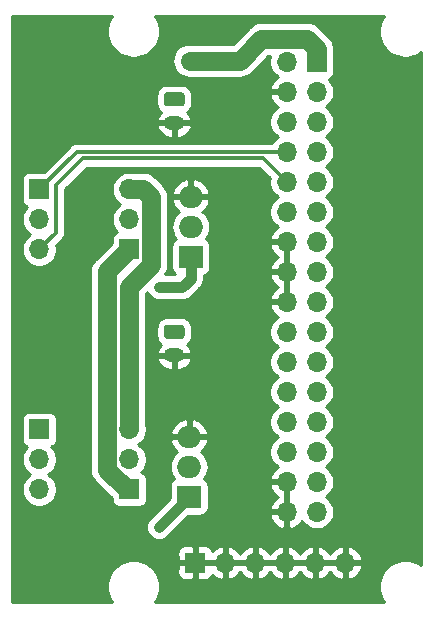
<source format=gbr>
G04 #@! TF.GenerationSoftware,KiCad,Pcbnew,(5.1.9)-1*
G04 #@! TF.CreationDate,2022-07-29T13:53:29-06:00*
G04 #@! TF.ProjectId,ABSIS_ALE_Relay_Module,41425349-535f-4414-9c45-5f52656c6179,1*
G04 #@! TF.SameCoordinates,Original*
G04 #@! TF.FileFunction,Copper,L2,Bot*
G04 #@! TF.FilePolarity,Positive*
%FSLAX46Y46*%
G04 Gerber Fmt 4.6, Leading zero omitted, Abs format (unit mm)*
G04 Created by KiCad (PCBNEW (5.1.9)-1) date 2022-07-29 13:53:29*
%MOMM*%
%LPD*%
G01*
G04 APERTURE LIST*
G04 #@! TA.AperFunction,ComponentPad*
%ADD10O,1.700000X1.700000*%
G04 #@! TD*
G04 #@! TA.AperFunction,ComponentPad*
%ADD11R,1.700000X1.700000*%
G04 #@! TD*
G04 #@! TA.AperFunction,ComponentPad*
%ADD12O,2.000000X1.905000*%
G04 #@! TD*
G04 #@! TA.AperFunction,ComponentPad*
%ADD13R,2.000000X1.905000*%
G04 #@! TD*
G04 #@! TA.AperFunction,ComponentPad*
%ADD14O,1.750000X1.200000*%
G04 #@! TD*
G04 #@! TA.AperFunction,ViaPad*
%ADD15C,1.500000*%
G04 #@! TD*
G04 #@! TA.AperFunction,ViaPad*
%ADD16C,0.600000*%
G04 #@! TD*
G04 #@! TA.AperFunction,Conductor*
%ADD17C,1.625600*%
G04 #@! TD*
G04 #@! TA.AperFunction,Conductor*
%ADD18C,0.914400*%
G04 #@! TD*
G04 #@! TA.AperFunction,Conductor*
%ADD19C,0.304800*%
G04 #@! TD*
G04 #@! TA.AperFunction,Conductor*
%ADD20C,0.254000*%
G04 #@! TD*
G04 #@! TA.AperFunction,Conductor*
%ADD21C,0.100000*%
G04 #@! TD*
G04 APERTURE END LIST*
D10*
X124815000Y-104605000D03*
X124815000Y-102065000D03*
D11*
X124815000Y-99525000D03*
D10*
X124815000Y-84285000D03*
X124815000Y-81745000D03*
D11*
X124815000Y-79205000D03*
D12*
X137515000Y-100160000D03*
X137515000Y-102700000D03*
D13*
X137515000Y-105240000D03*
D12*
X137642000Y-79840000D03*
X137642000Y-82380000D03*
D13*
X137642000Y-84920000D03*
D10*
X132435000Y-99525000D03*
X132435000Y-102065000D03*
D11*
X132435000Y-104605000D03*
D10*
X132435000Y-79205000D03*
X132435000Y-81745000D03*
D11*
X132435000Y-84285000D03*
D14*
X136245000Y-93270000D03*
G04 #@! TA.AperFunction,ComponentPad*
G36*
G01*
X135619999Y-90670000D02*
X136870001Y-90670000D01*
G75*
G02*
X137120000Y-90919999I0J-249999D01*
G01*
X137120000Y-91620001D01*
G75*
G02*
X136870001Y-91870000I-249999J0D01*
G01*
X135619999Y-91870000D01*
G75*
G02*
X135370000Y-91620001I0J249999D01*
G01*
X135370000Y-90919999D01*
G75*
G02*
X135619999Y-90670000I249999J0D01*
G01*
G37*
G04 #@! TD.AperFunction*
X136245000Y-73585000D03*
G04 #@! TA.AperFunction,ComponentPad*
G36*
G01*
X135619999Y-70985000D02*
X136870001Y-70985000D01*
G75*
G02*
X137120000Y-71234999I0J-249999D01*
G01*
X137120000Y-71935001D01*
G75*
G02*
X136870001Y-72185000I-249999J0D01*
G01*
X135619999Y-72185000D01*
G75*
G02*
X135370000Y-71935001I0J249999D01*
G01*
X135370000Y-71234999D01*
G75*
G02*
X135619999Y-70985000I249999J0D01*
G01*
G37*
G04 #@! TD.AperFunction*
D10*
X150710000Y-110810000D03*
X148170000Y-110810000D03*
X145630000Y-110810000D03*
X143090000Y-110810000D03*
X140550000Y-110810000D03*
D11*
X138010000Y-110810000D03*
D10*
X145770000Y-106510000D03*
X148310000Y-106510000D03*
X145770000Y-103970000D03*
X148310000Y-103970000D03*
X145770000Y-101430000D03*
X148310000Y-101430000D03*
X145770000Y-98890000D03*
X148310000Y-98890000D03*
X145770000Y-96350000D03*
X148310000Y-96350000D03*
X145770000Y-93810000D03*
X148310000Y-93810000D03*
X145770000Y-91270000D03*
X148310000Y-91270000D03*
X145770000Y-88730000D03*
X148310000Y-88730000D03*
X145770000Y-86190000D03*
X148310000Y-86190000D03*
X145770000Y-83650000D03*
X148310000Y-83650000D03*
X145770000Y-81110000D03*
X148310000Y-81110000D03*
X145770000Y-78570000D03*
X148310000Y-78570000D03*
X145770000Y-76030000D03*
X148310000Y-76030000D03*
X145770000Y-73490000D03*
X148310000Y-73490000D03*
X145770000Y-70950000D03*
X148310000Y-70950000D03*
X145770000Y-68410000D03*
D11*
X148310000Y-68410000D03*
D15*
X141045600Y-68308400D03*
X139318400Y-68308400D03*
X137540400Y-68308400D03*
D16*
X134975000Y-87486911D03*
X134975000Y-107780000D03*
D17*
X148310000Y-67317800D02*
X148310000Y-68410000D01*
X147497200Y-66505000D02*
X148310000Y-67317800D01*
X143611000Y-66505000D02*
X147497200Y-66505000D01*
X141807600Y-68308400D02*
X143611000Y-66505000D01*
X137540400Y-68308400D02*
X141807600Y-68308400D01*
X132218054Y-104605000D02*
X132435000Y-104605000D01*
X130572199Y-102959145D02*
X132218054Y-104605000D01*
X130572199Y-86147801D02*
X130572199Y-102959145D01*
X132435000Y-84285000D02*
X130572199Y-86147801D01*
X134297801Y-79865720D02*
X134297801Y-85571799D01*
X133637081Y-79205000D02*
X134297801Y-79865720D01*
X132435000Y-79205000D02*
X133637081Y-79205000D01*
X132435000Y-87434600D02*
X132435000Y-99525000D01*
X134297801Y-85571799D02*
X132435000Y-87434600D01*
D18*
X136941989Y-87486911D02*
X134975000Y-87486911D01*
X137642000Y-84920000D02*
X137642000Y-86786900D01*
X137642000Y-86786900D02*
X136941989Y-87486911D01*
X134975000Y-107780000D02*
X137515000Y-105240000D01*
D19*
X124815000Y-84285000D02*
X126212000Y-82888000D01*
X126212000Y-82888000D02*
X126212000Y-78874800D01*
X126212000Y-78874800D02*
X128498000Y-76588800D01*
X143788800Y-76588800D02*
X145770000Y-78570000D01*
X128498000Y-76588800D02*
X143788800Y-76588800D01*
X127990000Y-76030000D02*
X124815000Y-79205000D01*
X145770000Y-76030000D02*
X127990000Y-76030000D01*
D20*
X130829369Y-64751331D02*
X130660890Y-65158075D01*
X130575000Y-65589872D01*
X130575000Y-66030128D01*
X130660890Y-66461925D01*
X130829369Y-66868669D01*
X131073962Y-67234729D01*
X131385271Y-67546038D01*
X131751331Y-67790631D01*
X132158075Y-67959110D01*
X132589872Y-68045000D01*
X133030128Y-68045000D01*
X133461925Y-67959110D01*
X133868669Y-67790631D01*
X134234729Y-67546038D01*
X134546038Y-67234729D01*
X134790631Y-66868669D01*
X134959110Y-66461925D01*
X135045000Y-66030128D01*
X135045000Y-65589872D01*
X134959110Y-65158075D01*
X134790631Y-64751331D01*
X134619356Y-64495000D01*
X154000644Y-64495000D01*
X153829369Y-64751331D01*
X153660890Y-65158075D01*
X153575000Y-65589872D01*
X153575000Y-66030128D01*
X153660890Y-66461925D01*
X153829369Y-66868669D01*
X154073962Y-67234729D01*
X154385271Y-67546038D01*
X154751331Y-67790631D01*
X155158075Y-67959110D01*
X155589872Y-68045000D01*
X156030128Y-68045000D01*
X156461925Y-67959110D01*
X156868669Y-67790631D01*
X157125001Y-67619356D01*
X157125000Y-111000644D01*
X156868669Y-110829369D01*
X156461925Y-110660890D01*
X156030128Y-110575000D01*
X155589872Y-110575000D01*
X155158075Y-110660890D01*
X154751331Y-110829369D01*
X154385271Y-111073962D01*
X154073962Y-111385271D01*
X153829369Y-111751331D01*
X153660890Y-112158075D01*
X153575000Y-112589872D01*
X153575000Y-113030128D01*
X153660890Y-113461925D01*
X153829369Y-113868669D01*
X154000644Y-114125000D01*
X134619356Y-114125000D01*
X134790631Y-113868669D01*
X134959110Y-113461925D01*
X135045000Y-113030128D01*
X135045000Y-112589872D01*
X134959110Y-112158075D01*
X134790631Y-111751331D01*
X134729606Y-111660000D01*
X136521928Y-111660000D01*
X136534188Y-111784482D01*
X136570498Y-111904180D01*
X136629463Y-112014494D01*
X136708815Y-112111185D01*
X136805506Y-112190537D01*
X136915820Y-112249502D01*
X137035518Y-112285812D01*
X137160000Y-112298072D01*
X137724250Y-112295000D01*
X137883000Y-112136250D01*
X137883000Y-110937000D01*
X138137000Y-110937000D01*
X138137000Y-112136250D01*
X138295750Y-112295000D01*
X138860000Y-112298072D01*
X138984482Y-112285812D01*
X139104180Y-112249502D01*
X139214494Y-112190537D01*
X139311185Y-112111185D01*
X139390537Y-112014494D01*
X139449502Y-111904180D01*
X139473966Y-111823534D01*
X139549731Y-111907588D01*
X139783080Y-112081641D01*
X140045901Y-112206825D01*
X140193110Y-112251476D01*
X140423000Y-112130155D01*
X140423000Y-110937000D01*
X140677000Y-110937000D01*
X140677000Y-112130155D01*
X140906890Y-112251476D01*
X141054099Y-112206825D01*
X141316920Y-112081641D01*
X141550269Y-111907588D01*
X141745178Y-111691355D01*
X141820000Y-111565745D01*
X141894822Y-111691355D01*
X142089731Y-111907588D01*
X142323080Y-112081641D01*
X142585901Y-112206825D01*
X142733110Y-112251476D01*
X142963000Y-112130155D01*
X142963000Y-110937000D01*
X143217000Y-110937000D01*
X143217000Y-112130155D01*
X143446890Y-112251476D01*
X143594099Y-112206825D01*
X143856920Y-112081641D01*
X144090269Y-111907588D01*
X144285178Y-111691355D01*
X144360000Y-111565745D01*
X144434822Y-111691355D01*
X144629731Y-111907588D01*
X144863080Y-112081641D01*
X145125901Y-112206825D01*
X145273110Y-112251476D01*
X145503000Y-112130155D01*
X145503000Y-110937000D01*
X145757000Y-110937000D01*
X145757000Y-112130155D01*
X145986890Y-112251476D01*
X146134099Y-112206825D01*
X146396920Y-112081641D01*
X146630269Y-111907588D01*
X146825178Y-111691355D01*
X146900000Y-111565745D01*
X146974822Y-111691355D01*
X147169731Y-111907588D01*
X147403080Y-112081641D01*
X147665901Y-112206825D01*
X147813110Y-112251476D01*
X148043000Y-112130155D01*
X148043000Y-110937000D01*
X148297000Y-110937000D01*
X148297000Y-112130155D01*
X148526890Y-112251476D01*
X148674099Y-112206825D01*
X148936920Y-112081641D01*
X149170269Y-111907588D01*
X149365178Y-111691355D01*
X149440000Y-111565745D01*
X149514822Y-111691355D01*
X149709731Y-111907588D01*
X149943080Y-112081641D01*
X150205901Y-112206825D01*
X150353110Y-112251476D01*
X150583000Y-112130155D01*
X150583000Y-110937000D01*
X150837000Y-110937000D01*
X150837000Y-112130155D01*
X151066890Y-112251476D01*
X151214099Y-112206825D01*
X151476920Y-112081641D01*
X151710269Y-111907588D01*
X151905178Y-111691355D01*
X152054157Y-111441252D01*
X152151481Y-111166891D01*
X152030814Y-110937000D01*
X150837000Y-110937000D01*
X150583000Y-110937000D01*
X148297000Y-110937000D01*
X148043000Y-110937000D01*
X145757000Y-110937000D01*
X145503000Y-110937000D01*
X143217000Y-110937000D01*
X142963000Y-110937000D01*
X140677000Y-110937000D01*
X140423000Y-110937000D01*
X138137000Y-110937000D01*
X137883000Y-110937000D01*
X136683750Y-110937000D01*
X136525000Y-111095750D01*
X136521928Y-111660000D01*
X134729606Y-111660000D01*
X134546038Y-111385271D01*
X134234729Y-111073962D01*
X133868669Y-110829369D01*
X133461925Y-110660890D01*
X133030128Y-110575000D01*
X132589872Y-110575000D01*
X132158075Y-110660890D01*
X131751331Y-110829369D01*
X131385271Y-111073962D01*
X131073962Y-111385271D01*
X130829369Y-111751331D01*
X130660890Y-112158075D01*
X130575000Y-112589872D01*
X130575000Y-113030128D01*
X130660890Y-113461925D01*
X130829369Y-113868669D01*
X131000644Y-114125000D01*
X122495000Y-114125000D01*
X122495000Y-109960000D01*
X136521928Y-109960000D01*
X136525000Y-110524250D01*
X136683750Y-110683000D01*
X137883000Y-110683000D01*
X137883000Y-109483750D01*
X138137000Y-109483750D01*
X138137000Y-110683000D01*
X140423000Y-110683000D01*
X140423000Y-109489845D01*
X140677000Y-109489845D01*
X140677000Y-110683000D01*
X142963000Y-110683000D01*
X142963000Y-109489845D01*
X143217000Y-109489845D01*
X143217000Y-110683000D01*
X145503000Y-110683000D01*
X145503000Y-109489845D01*
X145757000Y-109489845D01*
X145757000Y-110683000D01*
X148043000Y-110683000D01*
X148043000Y-109489845D01*
X148297000Y-109489845D01*
X148297000Y-110683000D01*
X150583000Y-110683000D01*
X150583000Y-109489845D01*
X150837000Y-109489845D01*
X150837000Y-110683000D01*
X152030814Y-110683000D01*
X152151481Y-110453109D01*
X152054157Y-110178748D01*
X151905178Y-109928645D01*
X151710269Y-109712412D01*
X151476920Y-109538359D01*
X151214099Y-109413175D01*
X151066890Y-109368524D01*
X150837000Y-109489845D01*
X150583000Y-109489845D01*
X150353110Y-109368524D01*
X150205901Y-109413175D01*
X149943080Y-109538359D01*
X149709731Y-109712412D01*
X149514822Y-109928645D01*
X149440000Y-110054255D01*
X149365178Y-109928645D01*
X149170269Y-109712412D01*
X148936920Y-109538359D01*
X148674099Y-109413175D01*
X148526890Y-109368524D01*
X148297000Y-109489845D01*
X148043000Y-109489845D01*
X147813110Y-109368524D01*
X147665901Y-109413175D01*
X147403080Y-109538359D01*
X147169731Y-109712412D01*
X146974822Y-109928645D01*
X146900000Y-110054255D01*
X146825178Y-109928645D01*
X146630269Y-109712412D01*
X146396920Y-109538359D01*
X146134099Y-109413175D01*
X145986890Y-109368524D01*
X145757000Y-109489845D01*
X145503000Y-109489845D01*
X145273110Y-109368524D01*
X145125901Y-109413175D01*
X144863080Y-109538359D01*
X144629731Y-109712412D01*
X144434822Y-109928645D01*
X144360000Y-110054255D01*
X144285178Y-109928645D01*
X144090269Y-109712412D01*
X143856920Y-109538359D01*
X143594099Y-109413175D01*
X143446890Y-109368524D01*
X143217000Y-109489845D01*
X142963000Y-109489845D01*
X142733110Y-109368524D01*
X142585901Y-109413175D01*
X142323080Y-109538359D01*
X142089731Y-109712412D01*
X141894822Y-109928645D01*
X141820000Y-110054255D01*
X141745178Y-109928645D01*
X141550269Y-109712412D01*
X141316920Y-109538359D01*
X141054099Y-109413175D01*
X140906890Y-109368524D01*
X140677000Y-109489845D01*
X140423000Y-109489845D01*
X140193110Y-109368524D01*
X140045901Y-109413175D01*
X139783080Y-109538359D01*
X139549731Y-109712412D01*
X139473966Y-109796466D01*
X139449502Y-109715820D01*
X139390537Y-109605506D01*
X139311185Y-109508815D01*
X139214494Y-109429463D01*
X139104180Y-109370498D01*
X138984482Y-109334188D01*
X138860000Y-109321928D01*
X138295750Y-109325000D01*
X138137000Y-109483750D01*
X137883000Y-109483750D01*
X137724250Y-109325000D01*
X137160000Y-109321928D01*
X137035518Y-109334188D01*
X136915820Y-109370498D01*
X136805506Y-109429463D01*
X136708815Y-109508815D01*
X136629463Y-109605506D01*
X136570498Y-109715820D01*
X136534188Y-109835518D01*
X136521928Y-109960000D01*
X122495000Y-109960000D01*
X122495000Y-107780000D01*
X133877517Y-107780000D01*
X133898604Y-107994109D01*
X133961057Y-108199988D01*
X134062476Y-108389728D01*
X134198962Y-108556038D01*
X134365272Y-108692524D01*
X134555012Y-108793943D01*
X134760891Y-108856396D01*
X134975000Y-108877483D01*
X135189109Y-108856396D01*
X135394988Y-108793943D01*
X135584728Y-108692524D01*
X135709366Y-108590237D01*
X137432713Y-106866890D01*
X144328524Y-106866890D01*
X144373175Y-107014099D01*
X144498359Y-107276920D01*
X144672412Y-107510269D01*
X144888645Y-107705178D01*
X145138748Y-107854157D01*
X145413109Y-107951481D01*
X145643000Y-107830814D01*
X145643000Y-106637000D01*
X144449845Y-106637000D01*
X144328524Y-106866890D01*
X137432713Y-106866890D01*
X137469032Y-106830572D01*
X138515000Y-106830572D01*
X138639482Y-106818312D01*
X138759180Y-106782002D01*
X138869494Y-106723037D01*
X138966185Y-106643685D01*
X139045537Y-106546994D01*
X139104502Y-106436680D01*
X139140812Y-106316982D01*
X139153072Y-106192500D01*
X139153072Y-104326890D01*
X144328524Y-104326890D01*
X144373175Y-104474099D01*
X144498359Y-104736920D01*
X144672412Y-104970269D01*
X144888645Y-105165178D01*
X145014255Y-105240000D01*
X144888645Y-105314822D01*
X144672412Y-105509731D01*
X144498359Y-105743080D01*
X144373175Y-106005901D01*
X144328524Y-106153110D01*
X144449845Y-106383000D01*
X145643000Y-106383000D01*
X145643000Y-104097000D01*
X144449845Y-104097000D01*
X144328524Y-104326890D01*
X139153072Y-104326890D01*
X139153072Y-104287500D01*
X139140812Y-104163018D01*
X139104502Y-104043320D01*
X139045537Y-103933006D01*
X138966185Y-103836315D01*
X138869494Y-103756963D01*
X138785554Y-103712095D01*
X138888845Y-103586235D01*
X139036255Y-103310449D01*
X139127030Y-103011204D01*
X139157681Y-102700000D01*
X139127030Y-102388796D01*
X139036255Y-102089551D01*
X138888845Y-101813765D01*
X138690463Y-101572037D01*
X138511101Y-101424837D01*
X138696315Y-101269437D01*
X138890969Y-101026923D01*
X139034571Y-100751094D01*
X139105563Y-100532980D01*
X138985594Y-100287000D01*
X137642000Y-100287000D01*
X137642000Y-100307000D01*
X137388000Y-100307000D01*
X137388000Y-100287000D01*
X136044406Y-100287000D01*
X135924437Y-100532980D01*
X135995429Y-100751094D01*
X136139031Y-101026923D01*
X136333685Y-101269437D01*
X136518899Y-101424837D01*
X136339537Y-101572037D01*
X136141155Y-101813765D01*
X135993745Y-102089551D01*
X135902970Y-102388796D01*
X135872319Y-102700000D01*
X135902970Y-103011204D01*
X135993745Y-103310449D01*
X136141155Y-103586235D01*
X136244446Y-103712095D01*
X136160506Y-103756963D01*
X136063815Y-103836315D01*
X135984463Y-103933006D01*
X135925498Y-104043320D01*
X135889188Y-104163018D01*
X135876928Y-104287500D01*
X135876928Y-105333468D01*
X134164763Y-107045634D01*
X134062476Y-107170272D01*
X133961057Y-107360012D01*
X133898604Y-107565891D01*
X133877517Y-107780000D01*
X122495000Y-107780000D01*
X122495000Y-98675000D01*
X123326928Y-98675000D01*
X123326928Y-100375000D01*
X123339188Y-100499482D01*
X123375498Y-100619180D01*
X123434463Y-100729494D01*
X123513815Y-100826185D01*
X123610506Y-100905537D01*
X123720820Y-100964502D01*
X123793380Y-100986513D01*
X123661525Y-101118368D01*
X123499010Y-101361589D01*
X123387068Y-101631842D01*
X123330000Y-101918740D01*
X123330000Y-102211260D01*
X123387068Y-102498158D01*
X123499010Y-102768411D01*
X123661525Y-103011632D01*
X123868368Y-103218475D01*
X124042760Y-103335000D01*
X123868368Y-103451525D01*
X123661525Y-103658368D01*
X123499010Y-103901589D01*
X123387068Y-104171842D01*
X123330000Y-104458740D01*
X123330000Y-104751260D01*
X123387068Y-105038158D01*
X123499010Y-105308411D01*
X123661525Y-105551632D01*
X123868368Y-105758475D01*
X124111589Y-105920990D01*
X124381842Y-106032932D01*
X124668740Y-106090000D01*
X124961260Y-106090000D01*
X125248158Y-106032932D01*
X125518411Y-105920990D01*
X125761632Y-105758475D01*
X125968475Y-105551632D01*
X126130990Y-105308411D01*
X126242932Y-105038158D01*
X126300000Y-104751260D01*
X126300000Y-104458740D01*
X126242932Y-104171842D01*
X126130990Y-103901589D01*
X125968475Y-103658368D01*
X125761632Y-103451525D01*
X125587240Y-103335000D01*
X125761632Y-103218475D01*
X125968475Y-103011632D01*
X126130990Y-102768411D01*
X126242932Y-102498158D01*
X126300000Y-102211260D01*
X126300000Y-101918740D01*
X126242932Y-101631842D01*
X126130990Y-101361589D01*
X125968475Y-101118368D01*
X125836620Y-100986513D01*
X125909180Y-100964502D01*
X126019494Y-100905537D01*
X126116185Y-100826185D01*
X126195537Y-100729494D01*
X126254502Y-100619180D01*
X126290812Y-100499482D01*
X126303072Y-100375000D01*
X126303072Y-98675000D01*
X126290812Y-98550518D01*
X126254502Y-98430820D01*
X126195537Y-98320506D01*
X126116185Y-98223815D01*
X126019494Y-98144463D01*
X125909180Y-98085498D01*
X125789482Y-98049188D01*
X125665000Y-98036928D01*
X123965000Y-98036928D01*
X123840518Y-98049188D01*
X123720820Y-98085498D01*
X123610506Y-98144463D01*
X123513815Y-98223815D01*
X123434463Y-98320506D01*
X123375498Y-98430820D01*
X123339188Y-98550518D01*
X123326928Y-98675000D01*
X122495000Y-98675000D01*
X122495000Y-86147801D01*
X129117395Y-86147801D01*
X129124399Y-86218913D01*
X129124400Y-102888023D01*
X129117395Y-102959145D01*
X129145349Y-103242963D01*
X129228134Y-103515874D01*
X129362574Y-103767391D01*
X129498159Y-103932603D01*
X129498166Y-103932610D01*
X129543498Y-103987847D01*
X129598735Y-104033179D01*
X130946928Y-105381372D01*
X130946928Y-105455000D01*
X130959188Y-105579482D01*
X130995498Y-105699180D01*
X131054463Y-105809494D01*
X131133815Y-105906185D01*
X131230506Y-105985537D01*
X131340820Y-106044502D01*
X131460518Y-106080812D01*
X131585000Y-106093072D01*
X133285000Y-106093072D01*
X133409482Y-106080812D01*
X133529180Y-106044502D01*
X133639494Y-105985537D01*
X133736185Y-105906185D01*
X133815537Y-105809494D01*
X133874502Y-105699180D01*
X133910812Y-105579482D01*
X133923072Y-105455000D01*
X133923072Y-103755000D01*
X133910812Y-103630518D01*
X133874502Y-103510820D01*
X133815537Y-103400506D01*
X133736185Y-103303815D01*
X133639494Y-103224463D01*
X133529180Y-103165498D01*
X133456620Y-103143487D01*
X133588475Y-103011632D01*
X133750990Y-102768411D01*
X133862932Y-102498158D01*
X133920000Y-102211260D01*
X133920000Y-101918740D01*
X133862932Y-101631842D01*
X133750990Y-101361589D01*
X133588475Y-101118368D01*
X133381632Y-100911525D01*
X133207240Y-100795000D01*
X133381632Y-100678475D01*
X133588475Y-100471632D01*
X133750990Y-100228411D01*
X133862932Y-99958158D01*
X133896973Y-99787020D01*
X135924437Y-99787020D01*
X136044406Y-100033000D01*
X137388000Y-100033000D01*
X137388000Y-98734430D01*
X137642000Y-98734430D01*
X137642000Y-100033000D01*
X138985594Y-100033000D01*
X139105563Y-99787020D01*
X139034571Y-99568906D01*
X138890969Y-99293077D01*
X138696315Y-99050563D01*
X138458089Y-98850684D01*
X138185446Y-98701121D01*
X137888863Y-98607622D01*
X137642000Y-98734430D01*
X137388000Y-98734430D01*
X137141137Y-98607622D01*
X136844554Y-98701121D01*
X136571911Y-98850684D01*
X136333685Y-99050563D01*
X136139031Y-99293077D01*
X135995429Y-99568906D01*
X135924437Y-99787020D01*
X133896973Y-99787020D01*
X133920000Y-99671260D01*
X133920000Y-99378740D01*
X133882800Y-99191724D01*
X133882800Y-93587609D01*
X134776538Y-93587609D01*
X134780409Y-93625282D01*
X134872579Y-93850533D01*
X135006922Y-94053474D01*
X135178275Y-94226307D01*
X135380054Y-94362390D01*
X135604504Y-94456493D01*
X135843000Y-94505000D01*
X136118000Y-94505000D01*
X136118000Y-93397000D01*
X136372000Y-93397000D01*
X136372000Y-94505000D01*
X136647000Y-94505000D01*
X136885496Y-94456493D01*
X137109946Y-94362390D01*
X137311725Y-94226307D01*
X137483078Y-94053474D01*
X137617421Y-93850533D01*
X137709591Y-93625282D01*
X137713462Y-93587609D01*
X137588731Y-93397000D01*
X136372000Y-93397000D01*
X136118000Y-93397000D01*
X134901269Y-93397000D01*
X134776538Y-93587609D01*
X133882800Y-93587609D01*
X133882800Y-90919999D01*
X134731928Y-90919999D01*
X134731928Y-91620001D01*
X134748992Y-91793255D01*
X134799528Y-91959851D01*
X134881595Y-92113387D01*
X134992038Y-92247962D01*
X135126613Y-92358405D01*
X135131406Y-92360967D01*
X135006922Y-92486526D01*
X134872579Y-92689467D01*
X134780409Y-92914718D01*
X134776538Y-92952391D01*
X134901269Y-93143000D01*
X136118000Y-93143000D01*
X136118000Y-93123000D01*
X136372000Y-93123000D01*
X136372000Y-93143000D01*
X137588731Y-93143000D01*
X137713462Y-92952391D01*
X137709591Y-92914718D01*
X137617421Y-92689467D01*
X137483078Y-92486526D01*
X137358594Y-92360967D01*
X137363387Y-92358405D01*
X137497962Y-92247962D01*
X137608405Y-92113387D01*
X137690472Y-91959851D01*
X137741008Y-91793255D01*
X137758072Y-91620001D01*
X137758072Y-90919999D01*
X137741008Y-90746745D01*
X137690472Y-90580149D01*
X137608405Y-90426613D01*
X137497962Y-90292038D01*
X137363387Y-90181595D01*
X137209851Y-90099528D01*
X137043255Y-90048992D01*
X136870001Y-90031928D01*
X135619999Y-90031928D01*
X135446745Y-90048992D01*
X135280149Y-90099528D01*
X135126613Y-90181595D01*
X134992038Y-90292038D01*
X134881595Y-90426613D01*
X134799528Y-90580149D01*
X134748992Y-90746745D01*
X134731928Y-90919999D01*
X133882800Y-90919999D01*
X133882800Y-88034298D01*
X133978174Y-87938924D01*
X134062475Y-88096640D01*
X134198962Y-88262949D01*
X134365271Y-88399436D01*
X134555011Y-88500854D01*
X134760891Y-88563307D01*
X134921351Y-88579111D01*
X136888348Y-88579111D01*
X136941989Y-88584394D01*
X136995630Y-88579111D01*
X136995638Y-88579111D01*
X137156098Y-88563307D01*
X137361978Y-88500854D01*
X137551718Y-88399436D01*
X137718027Y-88262949D01*
X137752229Y-88221274D01*
X138376363Y-87597140D01*
X138418038Y-87562938D01*
X138554525Y-87396629D01*
X138655943Y-87206889D01*
X138660985Y-87190269D01*
X138718396Y-87001010D01*
X138726782Y-86915864D01*
X138734200Y-86840549D01*
X138734200Y-86840542D01*
X138739483Y-86786901D01*
X138734200Y-86733259D01*
X138734200Y-86546890D01*
X144328524Y-86546890D01*
X144373175Y-86694099D01*
X144498359Y-86956920D01*
X144672412Y-87190269D01*
X144888645Y-87385178D01*
X145014255Y-87460000D01*
X144888645Y-87534822D01*
X144672412Y-87729731D01*
X144498359Y-87963080D01*
X144373175Y-88225901D01*
X144328524Y-88373110D01*
X144449845Y-88603000D01*
X145643000Y-88603000D01*
X145643000Y-86317000D01*
X144449845Y-86317000D01*
X144328524Y-86546890D01*
X138734200Y-86546890D01*
X138734200Y-86501491D01*
X138766482Y-86498312D01*
X138886180Y-86462002D01*
X138996494Y-86403037D01*
X139093185Y-86323685D01*
X139172537Y-86226994D01*
X139231502Y-86116680D01*
X139267812Y-85996982D01*
X139280072Y-85872500D01*
X139280072Y-84006890D01*
X144328524Y-84006890D01*
X144373175Y-84154099D01*
X144498359Y-84416920D01*
X144672412Y-84650269D01*
X144888645Y-84845178D01*
X145014255Y-84920000D01*
X144888645Y-84994822D01*
X144672412Y-85189731D01*
X144498359Y-85423080D01*
X144373175Y-85685901D01*
X144328524Y-85833110D01*
X144449845Y-86063000D01*
X145643000Y-86063000D01*
X145643000Y-83777000D01*
X144449845Y-83777000D01*
X144328524Y-84006890D01*
X139280072Y-84006890D01*
X139280072Y-83967500D01*
X139267812Y-83843018D01*
X139231502Y-83723320D01*
X139172537Y-83613006D01*
X139093185Y-83516315D01*
X138996494Y-83436963D01*
X138912554Y-83392095D01*
X139015845Y-83266235D01*
X139163255Y-82990449D01*
X139254030Y-82691204D01*
X139284681Y-82380000D01*
X139254030Y-82068796D01*
X139163255Y-81769551D01*
X139015845Y-81493765D01*
X138817463Y-81252037D01*
X138638101Y-81104837D01*
X138823315Y-80949437D01*
X139017969Y-80706923D01*
X139161571Y-80431094D01*
X139232563Y-80212980D01*
X139112594Y-79967000D01*
X137769000Y-79967000D01*
X137769000Y-79987000D01*
X137515000Y-79987000D01*
X137515000Y-79967000D01*
X136171406Y-79967000D01*
X136051437Y-80212980D01*
X136122429Y-80431094D01*
X136266031Y-80706923D01*
X136460685Y-80949437D01*
X136645899Y-81104837D01*
X136466537Y-81252037D01*
X136268155Y-81493765D01*
X136120745Y-81769551D01*
X136029970Y-82068796D01*
X135999319Y-82380000D01*
X136029970Y-82691204D01*
X136120745Y-82990449D01*
X136268155Y-83266235D01*
X136371446Y-83392095D01*
X136287506Y-83436963D01*
X136190815Y-83516315D01*
X136111463Y-83613006D01*
X136052498Y-83723320D01*
X136016188Y-83843018D01*
X136003928Y-83967500D01*
X136003928Y-85872500D01*
X136016188Y-85996982D01*
X136052498Y-86116680D01*
X136111463Y-86226994D01*
X136190815Y-86323685D01*
X136277361Y-86394711D01*
X135495391Y-86394711D01*
X135507427Y-86380045D01*
X135641866Y-86128529D01*
X135724652Y-85855617D01*
X135745601Y-85642921D01*
X135745601Y-85642912D01*
X135752605Y-85571800D01*
X135745601Y-85500688D01*
X135745601Y-79936831D01*
X135752605Y-79865719D01*
X135745601Y-79794607D01*
X135745601Y-79794598D01*
X135724652Y-79581902D01*
X135689804Y-79467020D01*
X136051437Y-79467020D01*
X136171406Y-79713000D01*
X137515000Y-79713000D01*
X137515000Y-78414430D01*
X137769000Y-78414430D01*
X137769000Y-79713000D01*
X139112594Y-79713000D01*
X139232563Y-79467020D01*
X139161571Y-79248906D01*
X139017969Y-78973077D01*
X138823315Y-78730563D01*
X138585089Y-78530684D01*
X138312446Y-78381121D01*
X138015863Y-78287622D01*
X137769000Y-78414430D01*
X137515000Y-78414430D01*
X137268137Y-78287622D01*
X136971554Y-78381121D01*
X136698911Y-78530684D01*
X136460685Y-78730563D01*
X136266031Y-78973077D01*
X136122429Y-79248906D01*
X136051437Y-79467020D01*
X135689804Y-79467020D01*
X135641866Y-79308990D01*
X135507427Y-79057474D01*
X135326502Y-78837018D01*
X135271260Y-78791682D01*
X134711120Y-78231541D01*
X134665783Y-78176298D01*
X134609890Y-78130427D01*
X134552819Y-78083591D01*
X134445327Y-77995374D01*
X134193811Y-77860935D01*
X133920899Y-77778149D01*
X133708203Y-77757200D01*
X133708193Y-77757200D01*
X133637081Y-77750196D01*
X133565969Y-77757200D01*
X132768276Y-77757200D01*
X132581260Y-77720000D01*
X132288740Y-77720000D01*
X132001842Y-77777068D01*
X131731589Y-77889010D01*
X131488368Y-78051525D01*
X131281525Y-78258368D01*
X131119010Y-78501589D01*
X131007068Y-78771842D01*
X130950000Y-79058740D01*
X130950000Y-79351260D01*
X131007068Y-79638158D01*
X131119010Y-79908411D01*
X131281525Y-80151632D01*
X131488368Y-80358475D01*
X131662760Y-80475000D01*
X131488368Y-80591525D01*
X131281525Y-80798368D01*
X131119010Y-81041589D01*
X131007068Y-81311842D01*
X130950000Y-81598740D01*
X130950000Y-81891260D01*
X131007068Y-82178158D01*
X131119010Y-82448411D01*
X131281525Y-82691632D01*
X131413380Y-82823487D01*
X131340820Y-82845498D01*
X131230506Y-82904463D01*
X131133815Y-82983815D01*
X131054463Y-83080506D01*
X130995498Y-83190820D01*
X130959188Y-83310518D01*
X130946928Y-83435000D01*
X130946928Y-83725574D01*
X129598735Y-85073767D01*
X129543497Y-85119100D01*
X129498165Y-85174337D01*
X129498159Y-85174343D01*
X129381112Y-85316966D01*
X129362573Y-85339556D01*
X129228134Y-85591072D01*
X129145348Y-85863984D01*
X129124399Y-86076680D01*
X129124399Y-86076689D01*
X129117395Y-86147801D01*
X122495000Y-86147801D01*
X122495000Y-78355000D01*
X123326928Y-78355000D01*
X123326928Y-80055000D01*
X123339188Y-80179482D01*
X123375498Y-80299180D01*
X123434463Y-80409494D01*
X123513815Y-80506185D01*
X123610506Y-80585537D01*
X123720820Y-80644502D01*
X123793380Y-80666513D01*
X123661525Y-80798368D01*
X123499010Y-81041589D01*
X123387068Y-81311842D01*
X123330000Y-81598740D01*
X123330000Y-81891260D01*
X123387068Y-82178158D01*
X123499010Y-82448411D01*
X123661525Y-82691632D01*
X123868368Y-82898475D01*
X124042760Y-83015000D01*
X123868368Y-83131525D01*
X123661525Y-83338368D01*
X123499010Y-83581589D01*
X123387068Y-83851842D01*
X123330000Y-84138740D01*
X123330000Y-84431260D01*
X123387068Y-84718158D01*
X123499010Y-84988411D01*
X123661525Y-85231632D01*
X123868368Y-85438475D01*
X124111589Y-85600990D01*
X124381842Y-85712932D01*
X124668740Y-85770000D01*
X124961260Y-85770000D01*
X125248158Y-85712932D01*
X125518411Y-85600990D01*
X125761632Y-85438475D01*
X125968475Y-85231632D01*
X126130990Y-84988411D01*
X126242932Y-84718158D01*
X126300000Y-84431260D01*
X126300000Y-84138740D01*
X126262639Y-83950913D01*
X126741434Y-83472118D01*
X126771469Y-83447469D01*
X126828483Y-83377998D01*
X126869865Y-83327573D01*
X126869866Y-83327572D01*
X126942982Y-83190783D01*
X126988006Y-83042357D01*
X126999400Y-82926673D01*
X126999400Y-82926664D01*
X127003208Y-82888001D01*
X126999400Y-82849338D01*
X126999400Y-79200950D01*
X128824152Y-77376200D01*
X143462650Y-77376200D01*
X144322362Y-78235912D01*
X144285000Y-78423740D01*
X144285000Y-78716260D01*
X144342068Y-79003158D01*
X144454010Y-79273411D01*
X144616525Y-79516632D01*
X144823368Y-79723475D01*
X144997760Y-79840000D01*
X144823368Y-79956525D01*
X144616525Y-80163368D01*
X144454010Y-80406589D01*
X144342068Y-80676842D01*
X144285000Y-80963740D01*
X144285000Y-81256260D01*
X144342068Y-81543158D01*
X144454010Y-81813411D01*
X144616525Y-82056632D01*
X144823368Y-82263475D01*
X145005534Y-82385195D01*
X144888645Y-82454822D01*
X144672412Y-82649731D01*
X144498359Y-82883080D01*
X144373175Y-83145901D01*
X144328524Y-83293110D01*
X144449845Y-83523000D01*
X145643000Y-83523000D01*
X145643000Y-83503000D01*
X145897000Y-83503000D01*
X145897000Y-83523000D01*
X145917000Y-83523000D01*
X145917000Y-83777000D01*
X145897000Y-83777000D01*
X145897000Y-86063000D01*
X145917000Y-86063000D01*
X145917000Y-86317000D01*
X145897000Y-86317000D01*
X145897000Y-88603000D01*
X145917000Y-88603000D01*
X145917000Y-88857000D01*
X145897000Y-88857000D01*
X145897000Y-88877000D01*
X145643000Y-88877000D01*
X145643000Y-88857000D01*
X144449845Y-88857000D01*
X144328524Y-89086890D01*
X144373175Y-89234099D01*
X144498359Y-89496920D01*
X144672412Y-89730269D01*
X144888645Y-89925178D01*
X145005534Y-89994805D01*
X144823368Y-90116525D01*
X144616525Y-90323368D01*
X144454010Y-90566589D01*
X144342068Y-90836842D01*
X144285000Y-91123740D01*
X144285000Y-91416260D01*
X144342068Y-91703158D01*
X144454010Y-91973411D01*
X144616525Y-92216632D01*
X144823368Y-92423475D01*
X144997760Y-92540000D01*
X144823368Y-92656525D01*
X144616525Y-92863368D01*
X144454010Y-93106589D01*
X144342068Y-93376842D01*
X144285000Y-93663740D01*
X144285000Y-93956260D01*
X144342068Y-94243158D01*
X144454010Y-94513411D01*
X144616525Y-94756632D01*
X144823368Y-94963475D01*
X144997760Y-95080000D01*
X144823368Y-95196525D01*
X144616525Y-95403368D01*
X144454010Y-95646589D01*
X144342068Y-95916842D01*
X144285000Y-96203740D01*
X144285000Y-96496260D01*
X144342068Y-96783158D01*
X144454010Y-97053411D01*
X144616525Y-97296632D01*
X144823368Y-97503475D01*
X144997760Y-97620000D01*
X144823368Y-97736525D01*
X144616525Y-97943368D01*
X144454010Y-98186589D01*
X144342068Y-98456842D01*
X144285000Y-98743740D01*
X144285000Y-99036260D01*
X144342068Y-99323158D01*
X144454010Y-99593411D01*
X144616525Y-99836632D01*
X144823368Y-100043475D01*
X144997760Y-100160000D01*
X144823368Y-100276525D01*
X144616525Y-100483368D01*
X144454010Y-100726589D01*
X144342068Y-100996842D01*
X144285000Y-101283740D01*
X144285000Y-101576260D01*
X144342068Y-101863158D01*
X144454010Y-102133411D01*
X144616525Y-102376632D01*
X144823368Y-102583475D01*
X145005534Y-102705195D01*
X144888645Y-102774822D01*
X144672412Y-102969731D01*
X144498359Y-103203080D01*
X144373175Y-103465901D01*
X144328524Y-103613110D01*
X144449845Y-103843000D01*
X145643000Y-103843000D01*
X145643000Y-103823000D01*
X145897000Y-103823000D01*
X145897000Y-103843000D01*
X145917000Y-103843000D01*
X145917000Y-104097000D01*
X145897000Y-104097000D01*
X145897000Y-106383000D01*
X145917000Y-106383000D01*
X145917000Y-106637000D01*
X145897000Y-106637000D01*
X145897000Y-107830814D01*
X146126891Y-107951481D01*
X146401252Y-107854157D01*
X146651355Y-107705178D01*
X146867588Y-107510269D01*
X147038900Y-107280594D01*
X147156525Y-107456632D01*
X147363368Y-107663475D01*
X147606589Y-107825990D01*
X147876842Y-107937932D01*
X148163740Y-107995000D01*
X148456260Y-107995000D01*
X148743158Y-107937932D01*
X149013411Y-107825990D01*
X149256632Y-107663475D01*
X149463475Y-107456632D01*
X149625990Y-107213411D01*
X149737932Y-106943158D01*
X149795000Y-106656260D01*
X149795000Y-106363740D01*
X149737932Y-106076842D01*
X149625990Y-105806589D01*
X149463475Y-105563368D01*
X149256632Y-105356525D01*
X149082240Y-105240000D01*
X149256632Y-105123475D01*
X149463475Y-104916632D01*
X149625990Y-104673411D01*
X149737932Y-104403158D01*
X149795000Y-104116260D01*
X149795000Y-103823740D01*
X149737932Y-103536842D01*
X149625990Y-103266589D01*
X149463475Y-103023368D01*
X149256632Y-102816525D01*
X149082240Y-102700000D01*
X149256632Y-102583475D01*
X149463475Y-102376632D01*
X149625990Y-102133411D01*
X149737932Y-101863158D01*
X149795000Y-101576260D01*
X149795000Y-101283740D01*
X149737932Y-100996842D01*
X149625990Y-100726589D01*
X149463475Y-100483368D01*
X149256632Y-100276525D01*
X149082240Y-100160000D01*
X149256632Y-100043475D01*
X149463475Y-99836632D01*
X149625990Y-99593411D01*
X149737932Y-99323158D01*
X149795000Y-99036260D01*
X149795000Y-98743740D01*
X149737932Y-98456842D01*
X149625990Y-98186589D01*
X149463475Y-97943368D01*
X149256632Y-97736525D01*
X149082240Y-97620000D01*
X149256632Y-97503475D01*
X149463475Y-97296632D01*
X149625990Y-97053411D01*
X149737932Y-96783158D01*
X149795000Y-96496260D01*
X149795000Y-96203740D01*
X149737932Y-95916842D01*
X149625990Y-95646589D01*
X149463475Y-95403368D01*
X149256632Y-95196525D01*
X149082240Y-95080000D01*
X149256632Y-94963475D01*
X149463475Y-94756632D01*
X149625990Y-94513411D01*
X149737932Y-94243158D01*
X149795000Y-93956260D01*
X149795000Y-93663740D01*
X149737932Y-93376842D01*
X149625990Y-93106589D01*
X149463475Y-92863368D01*
X149256632Y-92656525D01*
X149082240Y-92540000D01*
X149256632Y-92423475D01*
X149463475Y-92216632D01*
X149625990Y-91973411D01*
X149737932Y-91703158D01*
X149795000Y-91416260D01*
X149795000Y-91123740D01*
X149737932Y-90836842D01*
X149625990Y-90566589D01*
X149463475Y-90323368D01*
X149256632Y-90116525D01*
X149082240Y-90000000D01*
X149256632Y-89883475D01*
X149463475Y-89676632D01*
X149625990Y-89433411D01*
X149737932Y-89163158D01*
X149795000Y-88876260D01*
X149795000Y-88583740D01*
X149737932Y-88296842D01*
X149625990Y-88026589D01*
X149463475Y-87783368D01*
X149256632Y-87576525D01*
X149082240Y-87460000D01*
X149256632Y-87343475D01*
X149463475Y-87136632D01*
X149625990Y-86893411D01*
X149737932Y-86623158D01*
X149795000Y-86336260D01*
X149795000Y-86043740D01*
X149737932Y-85756842D01*
X149625990Y-85486589D01*
X149463475Y-85243368D01*
X149256632Y-85036525D01*
X149082240Y-84920000D01*
X149256632Y-84803475D01*
X149463475Y-84596632D01*
X149625990Y-84353411D01*
X149737932Y-84083158D01*
X149795000Y-83796260D01*
X149795000Y-83503740D01*
X149737932Y-83216842D01*
X149625990Y-82946589D01*
X149463475Y-82703368D01*
X149256632Y-82496525D01*
X149082240Y-82380000D01*
X149256632Y-82263475D01*
X149463475Y-82056632D01*
X149625990Y-81813411D01*
X149737932Y-81543158D01*
X149795000Y-81256260D01*
X149795000Y-80963740D01*
X149737932Y-80676842D01*
X149625990Y-80406589D01*
X149463475Y-80163368D01*
X149256632Y-79956525D01*
X149082240Y-79840000D01*
X149256632Y-79723475D01*
X149463475Y-79516632D01*
X149625990Y-79273411D01*
X149737932Y-79003158D01*
X149795000Y-78716260D01*
X149795000Y-78423740D01*
X149737932Y-78136842D01*
X149625990Y-77866589D01*
X149463475Y-77623368D01*
X149256632Y-77416525D01*
X149082240Y-77300000D01*
X149256632Y-77183475D01*
X149463475Y-76976632D01*
X149625990Y-76733411D01*
X149737932Y-76463158D01*
X149795000Y-76176260D01*
X149795000Y-75883740D01*
X149737932Y-75596842D01*
X149625990Y-75326589D01*
X149463475Y-75083368D01*
X149256632Y-74876525D01*
X149082240Y-74760000D01*
X149256632Y-74643475D01*
X149463475Y-74436632D01*
X149625990Y-74193411D01*
X149737932Y-73923158D01*
X149795000Y-73636260D01*
X149795000Y-73343740D01*
X149737932Y-73056842D01*
X149625990Y-72786589D01*
X149463475Y-72543368D01*
X149256632Y-72336525D01*
X149082240Y-72220000D01*
X149256632Y-72103475D01*
X149463475Y-71896632D01*
X149625990Y-71653411D01*
X149737932Y-71383158D01*
X149795000Y-71096260D01*
X149795000Y-70803740D01*
X149737932Y-70516842D01*
X149625990Y-70246589D01*
X149463475Y-70003368D01*
X149331620Y-69871513D01*
X149404180Y-69849502D01*
X149514494Y-69790537D01*
X149611185Y-69711185D01*
X149690537Y-69614494D01*
X149749502Y-69504180D01*
X149785812Y-69384482D01*
X149798072Y-69260000D01*
X149798072Y-67560000D01*
X149785812Y-67435518D01*
X149761201Y-67354386D01*
X149764804Y-67317800D01*
X149757800Y-67246685D01*
X149757800Y-67246678D01*
X149736851Y-67033982D01*
X149690612Y-66881549D01*
X149654065Y-66761070D01*
X149519626Y-66509554D01*
X149480538Y-66461925D01*
X149384040Y-66344342D01*
X149384034Y-66344336D01*
X149338701Y-66289098D01*
X149283464Y-66243766D01*
X148571238Y-65531540D01*
X148525902Y-65476298D01*
X148305446Y-65295374D01*
X148053930Y-65160935D01*
X147781018Y-65078149D01*
X147568322Y-65057200D01*
X147568312Y-65057200D01*
X147497200Y-65050196D01*
X147426088Y-65057200D01*
X143682114Y-65057200D01*
X143611000Y-65050196D01*
X143539885Y-65057200D01*
X143539878Y-65057200D01*
X143352705Y-65075635D01*
X143327181Y-65078149D01*
X143063698Y-65158075D01*
X143054270Y-65160935D01*
X142802754Y-65295374D01*
X142802752Y-65295375D01*
X142802753Y-65295375D01*
X142637541Y-65430960D01*
X142637535Y-65430966D01*
X142582298Y-65476298D01*
X142536966Y-65531535D01*
X141207902Y-66860600D01*
X137469278Y-66860600D01*
X137256582Y-66881549D01*
X136983670Y-66964335D01*
X136732154Y-67098774D01*
X136511698Y-67279698D01*
X136330774Y-67500154D01*
X136196335Y-67751670D01*
X136113549Y-68024582D01*
X136085595Y-68308400D01*
X136113549Y-68592218D01*
X136196335Y-68865130D01*
X136330774Y-69116646D01*
X136511698Y-69337102D01*
X136732154Y-69518026D01*
X136983670Y-69652465D01*
X137256582Y-69735251D01*
X137469278Y-69756200D01*
X141736488Y-69756200D01*
X141807600Y-69763204D01*
X141878712Y-69756200D01*
X141878722Y-69756200D01*
X142091418Y-69735251D01*
X142364330Y-69652465D01*
X142615846Y-69518026D01*
X142741818Y-69414643D01*
X142781058Y-69382440D01*
X142781060Y-69382438D01*
X142836302Y-69337102D01*
X142881638Y-69281860D01*
X144210699Y-67952800D01*
X144352026Y-67952800D01*
X144342068Y-67976842D01*
X144285000Y-68263740D01*
X144285000Y-68556260D01*
X144342068Y-68843158D01*
X144454010Y-69113411D01*
X144616525Y-69356632D01*
X144823368Y-69563475D01*
X145005534Y-69685195D01*
X144888645Y-69754822D01*
X144672412Y-69949731D01*
X144498359Y-70183080D01*
X144373175Y-70445901D01*
X144328524Y-70593110D01*
X144449845Y-70823000D01*
X145643000Y-70823000D01*
X145643000Y-70803000D01*
X145897000Y-70803000D01*
X145897000Y-70823000D01*
X145917000Y-70823000D01*
X145917000Y-71077000D01*
X145897000Y-71077000D01*
X145897000Y-71097000D01*
X145643000Y-71097000D01*
X145643000Y-71077000D01*
X144449845Y-71077000D01*
X144328524Y-71306890D01*
X144373175Y-71454099D01*
X144498359Y-71716920D01*
X144672412Y-71950269D01*
X144888645Y-72145178D01*
X145005534Y-72214805D01*
X144823368Y-72336525D01*
X144616525Y-72543368D01*
X144454010Y-72786589D01*
X144342068Y-73056842D01*
X144285000Y-73343740D01*
X144285000Y-73636260D01*
X144342068Y-73923158D01*
X144454010Y-74193411D01*
X144616525Y-74436632D01*
X144823368Y-74643475D01*
X144997760Y-74760000D01*
X144823368Y-74876525D01*
X144616525Y-75083368D01*
X144510130Y-75242600D01*
X128028662Y-75242600D01*
X127989999Y-75238792D01*
X127951336Y-75242600D01*
X127951327Y-75242600D01*
X127835643Y-75253994D01*
X127687217Y-75299018D01*
X127550428Y-75372134D01*
X127430531Y-75470531D01*
X127405877Y-75500572D01*
X125189522Y-77716928D01*
X123965000Y-77716928D01*
X123840518Y-77729188D01*
X123720820Y-77765498D01*
X123610506Y-77824463D01*
X123513815Y-77903815D01*
X123434463Y-78000506D01*
X123375498Y-78110820D01*
X123339188Y-78230518D01*
X123326928Y-78355000D01*
X122495000Y-78355000D01*
X122495000Y-73902609D01*
X134776538Y-73902609D01*
X134780409Y-73940282D01*
X134872579Y-74165533D01*
X135006922Y-74368474D01*
X135178275Y-74541307D01*
X135380054Y-74677390D01*
X135604504Y-74771493D01*
X135843000Y-74820000D01*
X136118000Y-74820000D01*
X136118000Y-73712000D01*
X136372000Y-73712000D01*
X136372000Y-74820000D01*
X136647000Y-74820000D01*
X136885496Y-74771493D01*
X137109946Y-74677390D01*
X137311725Y-74541307D01*
X137483078Y-74368474D01*
X137617421Y-74165533D01*
X137709591Y-73940282D01*
X137713462Y-73902609D01*
X137588731Y-73712000D01*
X136372000Y-73712000D01*
X136118000Y-73712000D01*
X134901269Y-73712000D01*
X134776538Y-73902609D01*
X122495000Y-73902609D01*
X122495000Y-71234999D01*
X134731928Y-71234999D01*
X134731928Y-71935001D01*
X134748992Y-72108255D01*
X134799528Y-72274851D01*
X134881595Y-72428387D01*
X134992038Y-72562962D01*
X135126613Y-72673405D01*
X135131406Y-72675967D01*
X135006922Y-72801526D01*
X134872579Y-73004467D01*
X134780409Y-73229718D01*
X134776538Y-73267391D01*
X134901269Y-73458000D01*
X136118000Y-73458000D01*
X136118000Y-73438000D01*
X136372000Y-73438000D01*
X136372000Y-73458000D01*
X137588731Y-73458000D01*
X137713462Y-73267391D01*
X137709591Y-73229718D01*
X137617421Y-73004467D01*
X137483078Y-72801526D01*
X137358594Y-72675967D01*
X137363387Y-72673405D01*
X137497962Y-72562962D01*
X137608405Y-72428387D01*
X137690472Y-72274851D01*
X137741008Y-72108255D01*
X137758072Y-71935001D01*
X137758072Y-71234999D01*
X137741008Y-71061745D01*
X137690472Y-70895149D01*
X137608405Y-70741613D01*
X137497962Y-70607038D01*
X137363387Y-70496595D01*
X137209851Y-70414528D01*
X137043255Y-70363992D01*
X136870001Y-70346928D01*
X135619999Y-70346928D01*
X135446745Y-70363992D01*
X135280149Y-70414528D01*
X135126613Y-70496595D01*
X134992038Y-70607038D01*
X134881595Y-70741613D01*
X134799528Y-70895149D01*
X134748992Y-71061745D01*
X134731928Y-71234999D01*
X122495000Y-71234999D01*
X122495000Y-64495000D01*
X131000644Y-64495000D01*
X130829369Y-64751331D01*
G04 #@! TA.AperFunction,Conductor*
D21*
G36*
X130829369Y-64751331D02*
G01*
X130660890Y-65158075D01*
X130575000Y-65589872D01*
X130575000Y-66030128D01*
X130660890Y-66461925D01*
X130829369Y-66868669D01*
X131073962Y-67234729D01*
X131385271Y-67546038D01*
X131751331Y-67790631D01*
X132158075Y-67959110D01*
X132589872Y-68045000D01*
X133030128Y-68045000D01*
X133461925Y-67959110D01*
X133868669Y-67790631D01*
X134234729Y-67546038D01*
X134546038Y-67234729D01*
X134790631Y-66868669D01*
X134959110Y-66461925D01*
X135045000Y-66030128D01*
X135045000Y-65589872D01*
X134959110Y-65158075D01*
X134790631Y-64751331D01*
X134619356Y-64495000D01*
X154000644Y-64495000D01*
X153829369Y-64751331D01*
X153660890Y-65158075D01*
X153575000Y-65589872D01*
X153575000Y-66030128D01*
X153660890Y-66461925D01*
X153829369Y-66868669D01*
X154073962Y-67234729D01*
X154385271Y-67546038D01*
X154751331Y-67790631D01*
X155158075Y-67959110D01*
X155589872Y-68045000D01*
X156030128Y-68045000D01*
X156461925Y-67959110D01*
X156868669Y-67790631D01*
X157125001Y-67619356D01*
X157125000Y-111000644D01*
X156868669Y-110829369D01*
X156461925Y-110660890D01*
X156030128Y-110575000D01*
X155589872Y-110575000D01*
X155158075Y-110660890D01*
X154751331Y-110829369D01*
X154385271Y-111073962D01*
X154073962Y-111385271D01*
X153829369Y-111751331D01*
X153660890Y-112158075D01*
X153575000Y-112589872D01*
X153575000Y-113030128D01*
X153660890Y-113461925D01*
X153829369Y-113868669D01*
X154000644Y-114125000D01*
X134619356Y-114125000D01*
X134790631Y-113868669D01*
X134959110Y-113461925D01*
X135045000Y-113030128D01*
X135045000Y-112589872D01*
X134959110Y-112158075D01*
X134790631Y-111751331D01*
X134729606Y-111660000D01*
X136521928Y-111660000D01*
X136534188Y-111784482D01*
X136570498Y-111904180D01*
X136629463Y-112014494D01*
X136708815Y-112111185D01*
X136805506Y-112190537D01*
X136915820Y-112249502D01*
X137035518Y-112285812D01*
X137160000Y-112298072D01*
X137724250Y-112295000D01*
X137883000Y-112136250D01*
X137883000Y-110937000D01*
X138137000Y-110937000D01*
X138137000Y-112136250D01*
X138295750Y-112295000D01*
X138860000Y-112298072D01*
X138984482Y-112285812D01*
X139104180Y-112249502D01*
X139214494Y-112190537D01*
X139311185Y-112111185D01*
X139390537Y-112014494D01*
X139449502Y-111904180D01*
X139473966Y-111823534D01*
X139549731Y-111907588D01*
X139783080Y-112081641D01*
X140045901Y-112206825D01*
X140193110Y-112251476D01*
X140423000Y-112130155D01*
X140423000Y-110937000D01*
X140677000Y-110937000D01*
X140677000Y-112130155D01*
X140906890Y-112251476D01*
X141054099Y-112206825D01*
X141316920Y-112081641D01*
X141550269Y-111907588D01*
X141745178Y-111691355D01*
X141820000Y-111565745D01*
X141894822Y-111691355D01*
X142089731Y-111907588D01*
X142323080Y-112081641D01*
X142585901Y-112206825D01*
X142733110Y-112251476D01*
X142963000Y-112130155D01*
X142963000Y-110937000D01*
X143217000Y-110937000D01*
X143217000Y-112130155D01*
X143446890Y-112251476D01*
X143594099Y-112206825D01*
X143856920Y-112081641D01*
X144090269Y-111907588D01*
X144285178Y-111691355D01*
X144360000Y-111565745D01*
X144434822Y-111691355D01*
X144629731Y-111907588D01*
X144863080Y-112081641D01*
X145125901Y-112206825D01*
X145273110Y-112251476D01*
X145503000Y-112130155D01*
X145503000Y-110937000D01*
X145757000Y-110937000D01*
X145757000Y-112130155D01*
X145986890Y-112251476D01*
X146134099Y-112206825D01*
X146396920Y-112081641D01*
X146630269Y-111907588D01*
X146825178Y-111691355D01*
X146900000Y-111565745D01*
X146974822Y-111691355D01*
X147169731Y-111907588D01*
X147403080Y-112081641D01*
X147665901Y-112206825D01*
X147813110Y-112251476D01*
X148043000Y-112130155D01*
X148043000Y-110937000D01*
X148297000Y-110937000D01*
X148297000Y-112130155D01*
X148526890Y-112251476D01*
X148674099Y-112206825D01*
X148936920Y-112081641D01*
X149170269Y-111907588D01*
X149365178Y-111691355D01*
X149440000Y-111565745D01*
X149514822Y-111691355D01*
X149709731Y-111907588D01*
X149943080Y-112081641D01*
X150205901Y-112206825D01*
X150353110Y-112251476D01*
X150583000Y-112130155D01*
X150583000Y-110937000D01*
X150837000Y-110937000D01*
X150837000Y-112130155D01*
X151066890Y-112251476D01*
X151214099Y-112206825D01*
X151476920Y-112081641D01*
X151710269Y-111907588D01*
X151905178Y-111691355D01*
X152054157Y-111441252D01*
X152151481Y-111166891D01*
X152030814Y-110937000D01*
X150837000Y-110937000D01*
X150583000Y-110937000D01*
X148297000Y-110937000D01*
X148043000Y-110937000D01*
X145757000Y-110937000D01*
X145503000Y-110937000D01*
X143217000Y-110937000D01*
X142963000Y-110937000D01*
X140677000Y-110937000D01*
X140423000Y-110937000D01*
X138137000Y-110937000D01*
X137883000Y-110937000D01*
X136683750Y-110937000D01*
X136525000Y-111095750D01*
X136521928Y-111660000D01*
X134729606Y-111660000D01*
X134546038Y-111385271D01*
X134234729Y-111073962D01*
X133868669Y-110829369D01*
X133461925Y-110660890D01*
X133030128Y-110575000D01*
X132589872Y-110575000D01*
X132158075Y-110660890D01*
X131751331Y-110829369D01*
X131385271Y-111073962D01*
X131073962Y-111385271D01*
X130829369Y-111751331D01*
X130660890Y-112158075D01*
X130575000Y-112589872D01*
X130575000Y-113030128D01*
X130660890Y-113461925D01*
X130829369Y-113868669D01*
X131000644Y-114125000D01*
X122495000Y-114125000D01*
X122495000Y-109960000D01*
X136521928Y-109960000D01*
X136525000Y-110524250D01*
X136683750Y-110683000D01*
X137883000Y-110683000D01*
X137883000Y-109483750D01*
X138137000Y-109483750D01*
X138137000Y-110683000D01*
X140423000Y-110683000D01*
X140423000Y-109489845D01*
X140677000Y-109489845D01*
X140677000Y-110683000D01*
X142963000Y-110683000D01*
X142963000Y-109489845D01*
X143217000Y-109489845D01*
X143217000Y-110683000D01*
X145503000Y-110683000D01*
X145503000Y-109489845D01*
X145757000Y-109489845D01*
X145757000Y-110683000D01*
X148043000Y-110683000D01*
X148043000Y-109489845D01*
X148297000Y-109489845D01*
X148297000Y-110683000D01*
X150583000Y-110683000D01*
X150583000Y-109489845D01*
X150837000Y-109489845D01*
X150837000Y-110683000D01*
X152030814Y-110683000D01*
X152151481Y-110453109D01*
X152054157Y-110178748D01*
X151905178Y-109928645D01*
X151710269Y-109712412D01*
X151476920Y-109538359D01*
X151214099Y-109413175D01*
X151066890Y-109368524D01*
X150837000Y-109489845D01*
X150583000Y-109489845D01*
X150353110Y-109368524D01*
X150205901Y-109413175D01*
X149943080Y-109538359D01*
X149709731Y-109712412D01*
X149514822Y-109928645D01*
X149440000Y-110054255D01*
X149365178Y-109928645D01*
X149170269Y-109712412D01*
X148936920Y-109538359D01*
X148674099Y-109413175D01*
X148526890Y-109368524D01*
X148297000Y-109489845D01*
X148043000Y-109489845D01*
X147813110Y-109368524D01*
X147665901Y-109413175D01*
X147403080Y-109538359D01*
X147169731Y-109712412D01*
X146974822Y-109928645D01*
X146900000Y-110054255D01*
X146825178Y-109928645D01*
X146630269Y-109712412D01*
X146396920Y-109538359D01*
X146134099Y-109413175D01*
X145986890Y-109368524D01*
X145757000Y-109489845D01*
X145503000Y-109489845D01*
X145273110Y-109368524D01*
X145125901Y-109413175D01*
X144863080Y-109538359D01*
X144629731Y-109712412D01*
X144434822Y-109928645D01*
X144360000Y-110054255D01*
X144285178Y-109928645D01*
X144090269Y-109712412D01*
X143856920Y-109538359D01*
X143594099Y-109413175D01*
X143446890Y-109368524D01*
X143217000Y-109489845D01*
X142963000Y-109489845D01*
X142733110Y-109368524D01*
X142585901Y-109413175D01*
X142323080Y-109538359D01*
X142089731Y-109712412D01*
X141894822Y-109928645D01*
X141820000Y-110054255D01*
X141745178Y-109928645D01*
X141550269Y-109712412D01*
X141316920Y-109538359D01*
X141054099Y-109413175D01*
X140906890Y-109368524D01*
X140677000Y-109489845D01*
X140423000Y-109489845D01*
X140193110Y-109368524D01*
X140045901Y-109413175D01*
X139783080Y-109538359D01*
X139549731Y-109712412D01*
X139473966Y-109796466D01*
X139449502Y-109715820D01*
X139390537Y-109605506D01*
X139311185Y-109508815D01*
X139214494Y-109429463D01*
X139104180Y-109370498D01*
X138984482Y-109334188D01*
X138860000Y-109321928D01*
X138295750Y-109325000D01*
X138137000Y-109483750D01*
X137883000Y-109483750D01*
X137724250Y-109325000D01*
X137160000Y-109321928D01*
X137035518Y-109334188D01*
X136915820Y-109370498D01*
X136805506Y-109429463D01*
X136708815Y-109508815D01*
X136629463Y-109605506D01*
X136570498Y-109715820D01*
X136534188Y-109835518D01*
X136521928Y-109960000D01*
X122495000Y-109960000D01*
X122495000Y-107780000D01*
X133877517Y-107780000D01*
X133898604Y-107994109D01*
X133961057Y-108199988D01*
X134062476Y-108389728D01*
X134198962Y-108556038D01*
X134365272Y-108692524D01*
X134555012Y-108793943D01*
X134760891Y-108856396D01*
X134975000Y-108877483D01*
X135189109Y-108856396D01*
X135394988Y-108793943D01*
X135584728Y-108692524D01*
X135709366Y-108590237D01*
X137432713Y-106866890D01*
X144328524Y-106866890D01*
X144373175Y-107014099D01*
X144498359Y-107276920D01*
X144672412Y-107510269D01*
X144888645Y-107705178D01*
X145138748Y-107854157D01*
X145413109Y-107951481D01*
X145643000Y-107830814D01*
X145643000Y-106637000D01*
X144449845Y-106637000D01*
X144328524Y-106866890D01*
X137432713Y-106866890D01*
X137469032Y-106830572D01*
X138515000Y-106830572D01*
X138639482Y-106818312D01*
X138759180Y-106782002D01*
X138869494Y-106723037D01*
X138966185Y-106643685D01*
X139045537Y-106546994D01*
X139104502Y-106436680D01*
X139140812Y-106316982D01*
X139153072Y-106192500D01*
X139153072Y-104326890D01*
X144328524Y-104326890D01*
X144373175Y-104474099D01*
X144498359Y-104736920D01*
X144672412Y-104970269D01*
X144888645Y-105165178D01*
X145014255Y-105240000D01*
X144888645Y-105314822D01*
X144672412Y-105509731D01*
X144498359Y-105743080D01*
X144373175Y-106005901D01*
X144328524Y-106153110D01*
X144449845Y-106383000D01*
X145643000Y-106383000D01*
X145643000Y-104097000D01*
X144449845Y-104097000D01*
X144328524Y-104326890D01*
X139153072Y-104326890D01*
X139153072Y-104287500D01*
X139140812Y-104163018D01*
X139104502Y-104043320D01*
X139045537Y-103933006D01*
X138966185Y-103836315D01*
X138869494Y-103756963D01*
X138785554Y-103712095D01*
X138888845Y-103586235D01*
X139036255Y-103310449D01*
X139127030Y-103011204D01*
X139157681Y-102700000D01*
X139127030Y-102388796D01*
X139036255Y-102089551D01*
X138888845Y-101813765D01*
X138690463Y-101572037D01*
X138511101Y-101424837D01*
X138696315Y-101269437D01*
X138890969Y-101026923D01*
X139034571Y-100751094D01*
X139105563Y-100532980D01*
X138985594Y-100287000D01*
X137642000Y-100287000D01*
X137642000Y-100307000D01*
X137388000Y-100307000D01*
X137388000Y-100287000D01*
X136044406Y-100287000D01*
X135924437Y-100532980D01*
X135995429Y-100751094D01*
X136139031Y-101026923D01*
X136333685Y-101269437D01*
X136518899Y-101424837D01*
X136339537Y-101572037D01*
X136141155Y-101813765D01*
X135993745Y-102089551D01*
X135902970Y-102388796D01*
X135872319Y-102700000D01*
X135902970Y-103011204D01*
X135993745Y-103310449D01*
X136141155Y-103586235D01*
X136244446Y-103712095D01*
X136160506Y-103756963D01*
X136063815Y-103836315D01*
X135984463Y-103933006D01*
X135925498Y-104043320D01*
X135889188Y-104163018D01*
X135876928Y-104287500D01*
X135876928Y-105333468D01*
X134164763Y-107045634D01*
X134062476Y-107170272D01*
X133961057Y-107360012D01*
X133898604Y-107565891D01*
X133877517Y-107780000D01*
X122495000Y-107780000D01*
X122495000Y-98675000D01*
X123326928Y-98675000D01*
X123326928Y-100375000D01*
X123339188Y-100499482D01*
X123375498Y-100619180D01*
X123434463Y-100729494D01*
X123513815Y-100826185D01*
X123610506Y-100905537D01*
X123720820Y-100964502D01*
X123793380Y-100986513D01*
X123661525Y-101118368D01*
X123499010Y-101361589D01*
X123387068Y-101631842D01*
X123330000Y-101918740D01*
X123330000Y-102211260D01*
X123387068Y-102498158D01*
X123499010Y-102768411D01*
X123661525Y-103011632D01*
X123868368Y-103218475D01*
X124042760Y-103335000D01*
X123868368Y-103451525D01*
X123661525Y-103658368D01*
X123499010Y-103901589D01*
X123387068Y-104171842D01*
X123330000Y-104458740D01*
X123330000Y-104751260D01*
X123387068Y-105038158D01*
X123499010Y-105308411D01*
X123661525Y-105551632D01*
X123868368Y-105758475D01*
X124111589Y-105920990D01*
X124381842Y-106032932D01*
X124668740Y-106090000D01*
X124961260Y-106090000D01*
X125248158Y-106032932D01*
X125518411Y-105920990D01*
X125761632Y-105758475D01*
X125968475Y-105551632D01*
X126130990Y-105308411D01*
X126242932Y-105038158D01*
X126300000Y-104751260D01*
X126300000Y-104458740D01*
X126242932Y-104171842D01*
X126130990Y-103901589D01*
X125968475Y-103658368D01*
X125761632Y-103451525D01*
X125587240Y-103335000D01*
X125761632Y-103218475D01*
X125968475Y-103011632D01*
X126130990Y-102768411D01*
X126242932Y-102498158D01*
X126300000Y-102211260D01*
X126300000Y-101918740D01*
X126242932Y-101631842D01*
X126130990Y-101361589D01*
X125968475Y-101118368D01*
X125836620Y-100986513D01*
X125909180Y-100964502D01*
X126019494Y-100905537D01*
X126116185Y-100826185D01*
X126195537Y-100729494D01*
X126254502Y-100619180D01*
X126290812Y-100499482D01*
X126303072Y-100375000D01*
X126303072Y-98675000D01*
X126290812Y-98550518D01*
X126254502Y-98430820D01*
X126195537Y-98320506D01*
X126116185Y-98223815D01*
X126019494Y-98144463D01*
X125909180Y-98085498D01*
X125789482Y-98049188D01*
X125665000Y-98036928D01*
X123965000Y-98036928D01*
X123840518Y-98049188D01*
X123720820Y-98085498D01*
X123610506Y-98144463D01*
X123513815Y-98223815D01*
X123434463Y-98320506D01*
X123375498Y-98430820D01*
X123339188Y-98550518D01*
X123326928Y-98675000D01*
X122495000Y-98675000D01*
X122495000Y-86147801D01*
X129117395Y-86147801D01*
X129124399Y-86218913D01*
X129124400Y-102888023D01*
X129117395Y-102959145D01*
X129145349Y-103242963D01*
X129228134Y-103515874D01*
X129362574Y-103767391D01*
X129498159Y-103932603D01*
X129498166Y-103932610D01*
X129543498Y-103987847D01*
X129598735Y-104033179D01*
X130946928Y-105381372D01*
X130946928Y-105455000D01*
X130959188Y-105579482D01*
X130995498Y-105699180D01*
X131054463Y-105809494D01*
X131133815Y-105906185D01*
X131230506Y-105985537D01*
X131340820Y-106044502D01*
X131460518Y-106080812D01*
X131585000Y-106093072D01*
X133285000Y-106093072D01*
X133409482Y-106080812D01*
X133529180Y-106044502D01*
X133639494Y-105985537D01*
X133736185Y-105906185D01*
X133815537Y-105809494D01*
X133874502Y-105699180D01*
X133910812Y-105579482D01*
X133923072Y-105455000D01*
X133923072Y-103755000D01*
X133910812Y-103630518D01*
X133874502Y-103510820D01*
X133815537Y-103400506D01*
X133736185Y-103303815D01*
X133639494Y-103224463D01*
X133529180Y-103165498D01*
X133456620Y-103143487D01*
X133588475Y-103011632D01*
X133750990Y-102768411D01*
X133862932Y-102498158D01*
X133920000Y-102211260D01*
X133920000Y-101918740D01*
X133862932Y-101631842D01*
X133750990Y-101361589D01*
X133588475Y-101118368D01*
X133381632Y-100911525D01*
X133207240Y-100795000D01*
X133381632Y-100678475D01*
X133588475Y-100471632D01*
X133750990Y-100228411D01*
X133862932Y-99958158D01*
X133896973Y-99787020D01*
X135924437Y-99787020D01*
X136044406Y-100033000D01*
X137388000Y-100033000D01*
X137388000Y-98734430D01*
X137642000Y-98734430D01*
X137642000Y-100033000D01*
X138985594Y-100033000D01*
X139105563Y-99787020D01*
X139034571Y-99568906D01*
X138890969Y-99293077D01*
X138696315Y-99050563D01*
X138458089Y-98850684D01*
X138185446Y-98701121D01*
X137888863Y-98607622D01*
X137642000Y-98734430D01*
X137388000Y-98734430D01*
X137141137Y-98607622D01*
X136844554Y-98701121D01*
X136571911Y-98850684D01*
X136333685Y-99050563D01*
X136139031Y-99293077D01*
X135995429Y-99568906D01*
X135924437Y-99787020D01*
X133896973Y-99787020D01*
X133920000Y-99671260D01*
X133920000Y-99378740D01*
X133882800Y-99191724D01*
X133882800Y-93587609D01*
X134776538Y-93587609D01*
X134780409Y-93625282D01*
X134872579Y-93850533D01*
X135006922Y-94053474D01*
X135178275Y-94226307D01*
X135380054Y-94362390D01*
X135604504Y-94456493D01*
X135843000Y-94505000D01*
X136118000Y-94505000D01*
X136118000Y-93397000D01*
X136372000Y-93397000D01*
X136372000Y-94505000D01*
X136647000Y-94505000D01*
X136885496Y-94456493D01*
X137109946Y-94362390D01*
X137311725Y-94226307D01*
X137483078Y-94053474D01*
X137617421Y-93850533D01*
X137709591Y-93625282D01*
X137713462Y-93587609D01*
X137588731Y-93397000D01*
X136372000Y-93397000D01*
X136118000Y-93397000D01*
X134901269Y-93397000D01*
X134776538Y-93587609D01*
X133882800Y-93587609D01*
X133882800Y-90919999D01*
X134731928Y-90919999D01*
X134731928Y-91620001D01*
X134748992Y-91793255D01*
X134799528Y-91959851D01*
X134881595Y-92113387D01*
X134992038Y-92247962D01*
X135126613Y-92358405D01*
X135131406Y-92360967D01*
X135006922Y-92486526D01*
X134872579Y-92689467D01*
X134780409Y-92914718D01*
X134776538Y-92952391D01*
X134901269Y-93143000D01*
X136118000Y-93143000D01*
X136118000Y-93123000D01*
X136372000Y-93123000D01*
X136372000Y-93143000D01*
X137588731Y-93143000D01*
X137713462Y-92952391D01*
X137709591Y-92914718D01*
X137617421Y-92689467D01*
X137483078Y-92486526D01*
X137358594Y-92360967D01*
X137363387Y-92358405D01*
X137497962Y-92247962D01*
X137608405Y-92113387D01*
X137690472Y-91959851D01*
X137741008Y-91793255D01*
X137758072Y-91620001D01*
X137758072Y-90919999D01*
X137741008Y-90746745D01*
X137690472Y-90580149D01*
X137608405Y-90426613D01*
X137497962Y-90292038D01*
X137363387Y-90181595D01*
X137209851Y-90099528D01*
X137043255Y-90048992D01*
X136870001Y-90031928D01*
X135619999Y-90031928D01*
X135446745Y-90048992D01*
X135280149Y-90099528D01*
X135126613Y-90181595D01*
X134992038Y-90292038D01*
X134881595Y-90426613D01*
X134799528Y-90580149D01*
X134748992Y-90746745D01*
X134731928Y-90919999D01*
X133882800Y-90919999D01*
X133882800Y-88034298D01*
X133978174Y-87938924D01*
X134062475Y-88096640D01*
X134198962Y-88262949D01*
X134365271Y-88399436D01*
X134555011Y-88500854D01*
X134760891Y-88563307D01*
X134921351Y-88579111D01*
X136888348Y-88579111D01*
X136941989Y-88584394D01*
X136995630Y-88579111D01*
X136995638Y-88579111D01*
X137156098Y-88563307D01*
X137361978Y-88500854D01*
X137551718Y-88399436D01*
X137718027Y-88262949D01*
X137752229Y-88221274D01*
X138376363Y-87597140D01*
X138418038Y-87562938D01*
X138554525Y-87396629D01*
X138655943Y-87206889D01*
X138660985Y-87190269D01*
X138718396Y-87001010D01*
X138726782Y-86915864D01*
X138734200Y-86840549D01*
X138734200Y-86840542D01*
X138739483Y-86786901D01*
X138734200Y-86733259D01*
X138734200Y-86546890D01*
X144328524Y-86546890D01*
X144373175Y-86694099D01*
X144498359Y-86956920D01*
X144672412Y-87190269D01*
X144888645Y-87385178D01*
X145014255Y-87460000D01*
X144888645Y-87534822D01*
X144672412Y-87729731D01*
X144498359Y-87963080D01*
X144373175Y-88225901D01*
X144328524Y-88373110D01*
X144449845Y-88603000D01*
X145643000Y-88603000D01*
X145643000Y-86317000D01*
X144449845Y-86317000D01*
X144328524Y-86546890D01*
X138734200Y-86546890D01*
X138734200Y-86501491D01*
X138766482Y-86498312D01*
X138886180Y-86462002D01*
X138996494Y-86403037D01*
X139093185Y-86323685D01*
X139172537Y-86226994D01*
X139231502Y-86116680D01*
X139267812Y-85996982D01*
X139280072Y-85872500D01*
X139280072Y-84006890D01*
X144328524Y-84006890D01*
X144373175Y-84154099D01*
X144498359Y-84416920D01*
X144672412Y-84650269D01*
X144888645Y-84845178D01*
X145014255Y-84920000D01*
X144888645Y-84994822D01*
X144672412Y-85189731D01*
X144498359Y-85423080D01*
X144373175Y-85685901D01*
X144328524Y-85833110D01*
X144449845Y-86063000D01*
X145643000Y-86063000D01*
X145643000Y-83777000D01*
X144449845Y-83777000D01*
X144328524Y-84006890D01*
X139280072Y-84006890D01*
X139280072Y-83967500D01*
X139267812Y-83843018D01*
X139231502Y-83723320D01*
X139172537Y-83613006D01*
X139093185Y-83516315D01*
X138996494Y-83436963D01*
X138912554Y-83392095D01*
X139015845Y-83266235D01*
X139163255Y-82990449D01*
X139254030Y-82691204D01*
X139284681Y-82380000D01*
X139254030Y-82068796D01*
X139163255Y-81769551D01*
X139015845Y-81493765D01*
X138817463Y-81252037D01*
X138638101Y-81104837D01*
X138823315Y-80949437D01*
X139017969Y-80706923D01*
X139161571Y-80431094D01*
X139232563Y-80212980D01*
X139112594Y-79967000D01*
X137769000Y-79967000D01*
X137769000Y-79987000D01*
X137515000Y-79987000D01*
X137515000Y-79967000D01*
X136171406Y-79967000D01*
X136051437Y-80212980D01*
X136122429Y-80431094D01*
X136266031Y-80706923D01*
X136460685Y-80949437D01*
X136645899Y-81104837D01*
X136466537Y-81252037D01*
X136268155Y-81493765D01*
X136120745Y-81769551D01*
X136029970Y-82068796D01*
X135999319Y-82380000D01*
X136029970Y-82691204D01*
X136120745Y-82990449D01*
X136268155Y-83266235D01*
X136371446Y-83392095D01*
X136287506Y-83436963D01*
X136190815Y-83516315D01*
X136111463Y-83613006D01*
X136052498Y-83723320D01*
X136016188Y-83843018D01*
X136003928Y-83967500D01*
X136003928Y-85872500D01*
X136016188Y-85996982D01*
X136052498Y-86116680D01*
X136111463Y-86226994D01*
X136190815Y-86323685D01*
X136277361Y-86394711D01*
X135495391Y-86394711D01*
X135507427Y-86380045D01*
X135641866Y-86128529D01*
X135724652Y-85855617D01*
X135745601Y-85642921D01*
X135745601Y-85642912D01*
X135752605Y-85571800D01*
X135745601Y-85500688D01*
X135745601Y-79936831D01*
X135752605Y-79865719D01*
X135745601Y-79794607D01*
X135745601Y-79794598D01*
X135724652Y-79581902D01*
X135689804Y-79467020D01*
X136051437Y-79467020D01*
X136171406Y-79713000D01*
X137515000Y-79713000D01*
X137515000Y-78414430D01*
X137769000Y-78414430D01*
X137769000Y-79713000D01*
X139112594Y-79713000D01*
X139232563Y-79467020D01*
X139161571Y-79248906D01*
X139017969Y-78973077D01*
X138823315Y-78730563D01*
X138585089Y-78530684D01*
X138312446Y-78381121D01*
X138015863Y-78287622D01*
X137769000Y-78414430D01*
X137515000Y-78414430D01*
X137268137Y-78287622D01*
X136971554Y-78381121D01*
X136698911Y-78530684D01*
X136460685Y-78730563D01*
X136266031Y-78973077D01*
X136122429Y-79248906D01*
X136051437Y-79467020D01*
X135689804Y-79467020D01*
X135641866Y-79308990D01*
X135507427Y-79057474D01*
X135326502Y-78837018D01*
X135271260Y-78791682D01*
X134711120Y-78231541D01*
X134665783Y-78176298D01*
X134609890Y-78130427D01*
X134552819Y-78083591D01*
X134445327Y-77995374D01*
X134193811Y-77860935D01*
X133920899Y-77778149D01*
X133708203Y-77757200D01*
X133708193Y-77757200D01*
X133637081Y-77750196D01*
X133565969Y-77757200D01*
X132768276Y-77757200D01*
X132581260Y-77720000D01*
X132288740Y-77720000D01*
X132001842Y-77777068D01*
X131731589Y-77889010D01*
X131488368Y-78051525D01*
X131281525Y-78258368D01*
X131119010Y-78501589D01*
X131007068Y-78771842D01*
X130950000Y-79058740D01*
X130950000Y-79351260D01*
X131007068Y-79638158D01*
X131119010Y-79908411D01*
X131281525Y-80151632D01*
X131488368Y-80358475D01*
X131662760Y-80475000D01*
X131488368Y-80591525D01*
X131281525Y-80798368D01*
X131119010Y-81041589D01*
X131007068Y-81311842D01*
X130950000Y-81598740D01*
X130950000Y-81891260D01*
X131007068Y-82178158D01*
X131119010Y-82448411D01*
X131281525Y-82691632D01*
X131413380Y-82823487D01*
X131340820Y-82845498D01*
X131230506Y-82904463D01*
X131133815Y-82983815D01*
X131054463Y-83080506D01*
X130995498Y-83190820D01*
X130959188Y-83310518D01*
X130946928Y-83435000D01*
X130946928Y-83725574D01*
X129598735Y-85073767D01*
X129543497Y-85119100D01*
X129498165Y-85174337D01*
X129498159Y-85174343D01*
X129381112Y-85316966D01*
X129362573Y-85339556D01*
X129228134Y-85591072D01*
X129145348Y-85863984D01*
X129124399Y-86076680D01*
X129124399Y-86076689D01*
X129117395Y-86147801D01*
X122495000Y-86147801D01*
X122495000Y-78355000D01*
X123326928Y-78355000D01*
X123326928Y-80055000D01*
X123339188Y-80179482D01*
X123375498Y-80299180D01*
X123434463Y-80409494D01*
X123513815Y-80506185D01*
X123610506Y-80585537D01*
X123720820Y-80644502D01*
X123793380Y-80666513D01*
X123661525Y-80798368D01*
X123499010Y-81041589D01*
X123387068Y-81311842D01*
X123330000Y-81598740D01*
X123330000Y-81891260D01*
X123387068Y-82178158D01*
X123499010Y-82448411D01*
X123661525Y-82691632D01*
X123868368Y-82898475D01*
X124042760Y-83015000D01*
X123868368Y-83131525D01*
X123661525Y-83338368D01*
X123499010Y-83581589D01*
X123387068Y-83851842D01*
X123330000Y-84138740D01*
X123330000Y-84431260D01*
X123387068Y-84718158D01*
X123499010Y-84988411D01*
X123661525Y-85231632D01*
X123868368Y-85438475D01*
X124111589Y-85600990D01*
X124381842Y-85712932D01*
X124668740Y-85770000D01*
X124961260Y-85770000D01*
X125248158Y-85712932D01*
X125518411Y-85600990D01*
X125761632Y-85438475D01*
X125968475Y-85231632D01*
X126130990Y-84988411D01*
X126242932Y-84718158D01*
X126300000Y-84431260D01*
X126300000Y-84138740D01*
X126262639Y-83950913D01*
X126741434Y-83472118D01*
X126771469Y-83447469D01*
X126828483Y-83377998D01*
X126869865Y-83327573D01*
X126869866Y-83327572D01*
X126942982Y-83190783D01*
X126988006Y-83042357D01*
X126999400Y-82926673D01*
X126999400Y-82926664D01*
X127003208Y-82888001D01*
X126999400Y-82849338D01*
X126999400Y-79200950D01*
X128824152Y-77376200D01*
X143462650Y-77376200D01*
X144322362Y-78235912D01*
X144285000Y-78423740D01*
X144285000Y-78716260D01*
X144342068Y-79003158D01*
X144454010Y-79273411D01*
X144616525Y-79516632D01*
X144823368Y-79723475D01*
X144997760Y-79840000D01*
X144823368Y-79956525D01*
X144616525Y-80163368D01*
X144454010Y-80406589D01*
X144342068Y-80676842D01*
X144285000Y-80963740D01*
X144285000Y-81256260D01*
X144342068Y-81543158D01*
X144454010Y-81813411D01*
X144616525Y-82056632D01*
X144823368Y-82263475D01*
X145005534Y-82385195D01*
X144888645Y-82454822D01*
X144672412Y-82649731D01*
X144498359Y-82883080D01*
X144373175Y-83145901D01*
X144328524Y-83293110D01*
X144449845Y-83523000D01*
X145643000Y-83523000D01*
X145643000Y-83503000D01*
X145897000Y-83503000D01*
X145897000Y-83523000D01*
X145917000Y-83523000D01*
X145917000Y-83777000D01*
X145897000Y-83777000D01*
X145897000Y-86063000D01*
X145917000Y-86063000D01*
X145917000Y-86317000D01*
X145897000Y-86317000D01*
X145897000Y-88603000D01*
X145917000Y-88603000D01*
X145917000Y-88857000D01*
X145897000Y-88857000D01*
X145897000Y-88877000D01*
X145643000Y-88877000D01*
X145643000Y-88857000D01*
X144449845Y-88857000D01*
X144328524Y-89086890D01*
X144373175Y-89234099D01*
X144498359Y-89496920D01*
X144672412Y-89730269D01*
X144888645Y-89925178D01*
X145005534Y-89994805D01*
X144823368Y-90116525D01*
X144616525Y-90323368D01*
X144454010Y-90566589D01*
X144342068Y-90836842D01*
X144285000Y-91123740D01*
X144285000Y-91416260D01*
X144342068Y-91703158D01*
X144454010Y-91973411D01*
X144616525Y-92216632D01*
X144823368Y-92423475D01*
X144997760Y-92540000D01*
X144823368Y-92656525D01*
X144616525Y-92863368D01*
X144454010Y-93106589D01*
X144342068Y-93376842D01*
X144285000Y-93663740D01*
X144285000Y-93956260D01*
X144342068Y-94243158D01*
X144454010Y-94513411D01*
X144616525Y-94756632D01*
X144823368Y-94963475D01*
X144997760Y-95080000D01*
X144823368Y-95196525D01*
X144616525Y-95403368D01*
X144454010Y-95646589D01*
X144342068Y-95916842D01*
X144285000Y-96203740D01*
X144285000Y-96496260D01*
X144342068Y-96783158D01*
X144454010Y-97053411D01*
X144616525Y-97296632D01*
X144823368Y-97503475D01*
X144997760Y-97620000D01*
X144823368Y-97736525D01*
X144616525Y-97943368D01*
X144454010Y-98186589D01*
X144342068Y-98456842D01*
X144285000Y-98743740D01*
X144285000Y-99036260D01*
X144342068Y-99323158D01*
X144454010Y-99593411D01*
X144616525Y-99836632D01*
X144823368Y-100043475D01*
X144997760Y-100160000D01*
X144823368Y-100276525D01*
X144616525Y-100483368D01*
X144454010Y-100726589D01*
X144342068Y-100996842D01*
X144285000Y-101283740D01*
X144285000Y-101576260D01*
X144342068Y-101863158D01*
X144454010Y-102133411D01*
X144616525Y-102376632D01*
X144823368Y-102583475D01*
X145005534Y-102705195D01*
X144888645Y-102774822D01*
X144672412Y-102969731D01*
X144498359Y-103203080D01*
X144373175Y-103465901D01*
X144328524Y-103613110D01*
X144449845Y-103843000D01*
X145643000Y-103843000D01*
X145643000Y-103823000D01*
X145897000Y-103823000D01*
X145897000Y-103843000D01*
X145917000Y-103843000D01*
X145917000Y-104097000D01*
X145897000Y-104097000D01*
X145897000Y-106383000D01*
X145917000Y-106383000D01*
X145917000Y-106637000D01*
X145897000Y-106637000D01*
X145897000Y-107830814D01*
X146126891Y-107951481D01*
X146401252Y-107854157D01*
X146651355Y-107705178D01*
X146867588Y-107510269D01*
X147038900Y-107280594D01*
X147156525Y-107456632D01*
X147363368Y-107663475D01*
X147606589Y-107825990D01*
X147876842Y-107937932D01*
X148163740Y-107995000D01*
X148456260Y-107995000D01*
X148743158Y-107937932D01*
X149013411Y-107825990D01*
X149256632Y-107663475D01*
X149463475Y-107456632D01*
X149625990Y-107213411D01*
X149737932Y-106943158D01*
X149795000Y-106656260D01*
X149795000Y-106363740D01*
X149737932Y-106076842D01*
X149625990Y-105806589D01*
X149463475Y-105563368D01*
X149256632Y-105356525D01*
X149082240Y-105240000D01*
X149256632Y-105123475D01*
X149463475Y-104916632D01*
X149625990Y-104673411D01*
X149737932Y-104403158D01*
X149795000Y-104116260D01*
X149795000Y-103823740D01*
X149737932Y-103536842D01*
X149625990Y-103266589D01*
X149463475Y-103023368D01*
X149256632Y-102816525D01*
X149082240Y-102700000D01*
X149256632Y-102583475D01*
X149463475Y-102376632D01*
X149625990Y-102133411D01*
X149737932Y-101863158D01*
X149795000Y-101576260D01*
X149795000Y-101283740D01*
X149737932Y-100996842D01*
X149625990Y-100726589D01*
X149463475Y-100483368D01*
X149256632Y-100276525D01*
X149082240Y-100160000D01*
X149256632Y-100043475D01*
X149463475Y-99836632D01*
X149625990Y-99593411D01*
X149737932Y-99323158D01*
X149795000Y-99036260D01*
X149795000Y-98743740D01*
X149737932Y-98456842D01*
X149625990Y-98186589D01*
X149463475Y-97943368D01*
X149256632Y-97736525D01*
X149082240Y-97620000D01*
X149256632Y-97503475D01*
X149463475Y-97296632D01*
X149625990Y-97053411D01*
X149737932Y-96783158D01*
X149795000Y-96496260D01*
X149795000Y-96203740D01*
X149737932Y-95916842D01*
X149625990Y-95646589D01*
X149463475Y-95403368D01*
X149256632Y-95196525D01*
X149082240Y-95080000D01*
X149256632Y-94963475D01*
X149463475Y-94756632D01*
X149625990Y-94513411D01*
X149737932Y-94243158D01*
X149795000Y-93956260D01*
X149795000Y-93663740D01*
X149737932Y-93376842D01*
X149625990Y-93106589D01*
X149463475Y-92863368D01*
X149256632Y-92656525D01*
X149082240Y-92540000D01*
X149256632Y-92423475D01*
X149463475Y-92216632D01*
X149625990Y-91973411D01*
X149737932Y-91703158D01*
X149795000Y-91416260D01*
X149795000Y-91123740D01*
X149737932Y-90836842D01*
X149625990Y-90566589D01*
X149463475Y-90323368D01*
X149256632Y-90116525D01*
X149082240Y-90000000D01*
X149256632Y-89883475D01*
X149463475Y-89676632D01*
X149625990Y-89433411D01*
X149737932Y-89163158D01*
X149795000Y-88876260D01*
X149795000Y-88583740D01*
X149737932Y-88296842D01*
X149625990Y-88026589D01*
X149463475Y-87783368D01*
X149256632Y-87576525D01*
X149082240Y-87460000D01*
X149256632Y-87343475D01*
X149463475Y-87136632D01*
X149625990Y-86893411D01*
X149737932Y-86623158D01*
X149795000Y-86336260D01*
X149795000Y-86043740D01*
X149737932Y-85756842D01*
X149625990Y-85486589D01*
X149463475Y-85243368D01*
X149256632Y-85036525D01*
X149082240Y-84920000D01*
X149256632Y-84803475D01*
X149463475Y-84596632D01*
X149625990Y-84353411D01*
X149737932Y-84083158D01*
X149795000Y-83796260D01*
X149795000Y-83503740D01*
X149737932Y-83216842D01*
X149625990Y-82946589D01*
X149463475Y-82703368D01*
X149256632Y-82496525D01*
X149082240Y-82380000D01*
X149256632Y-82263475D01*
X149463475Y-82056632D01*
X149625990Y-81813411D01*
X149737932Y-81543158D01*
X149795000Y-81256260D01*
X149795000Y-80963740D01*
X149737932Y-80676842D01*
X149625990Y-80406589D01*
X149463475Y-80163368D01*
X149256632Y-79956525D01*
X149082240Y-79840000D01*
X149256632Y-79723475D01*
X149463475Y-79516632D01*
X149625990Y-79273411D01*
X149737932Y-79003158D01*
X149795000Y-78716260D01*
X149795000Y-78423740D01*
X149737932Y-78136842D01*
X149625990Y-77866589D01*
X149463475Y-77623368D01*
X149256632Y-77416525D01*
X149082240Y-77300000D01*
X149256632Y-77183475D01*
X149463475Y-76976632D01*
X149625990Y-76733411D01*
X149737932Y-76463158D01*
X149795000Y-76176260D01*
X149795000Y-75883740D01*
X149737932Y-75596842D01*
X149625990Y-75326589D01*
X149463475Y-75083368D01*
X149256632Y-74876525D01*
X149082240Y-74760000D01*
X149256632Y-74643475D01*
X149463475Y-74436632D01*
X149625990Y-74193411D01*
X149737932Y-73923158D01*
X149795000Y-73636260D01*
X149795000Y-73343740D01*
X149737932Y-73056842D01*
X149625990Y-72786589D01*
X149463475Y-72543368D01*
X149256632Y-72336525D01*
X149082240Y-72220000D01*
X149256632Y-72103475D01*
X149463475Y-71896632D01*
X149625990Y-71653411D01*
X149737932Y-71383158D01*
X149795000Y-71096260D01*
X149795000Y-70803740D01*
X149737932Y-70516842D01*
X149625990Y-70246589D01*
X149463475Y-70003368D01*
X149331620Y-69871513D01*
X149404180Y-69849502D01*
X149514494Y-69790537D01*
X149611185Y-69711185D01*
X149690537Y-69614494D01*
X149749502Y-69504180D01*
X149785812Y-69384482D01*
X149798072Y-69260000D01*
X149798072Y-67560000D01*
X149785812Y-67435518D01*
X149761201Y-67354386D01*
X149764804Y-67317800D01*
X149757800Y-67246685D01*
X149757800Y-67246678D01*
X149736851Y-67033982D01*
X149690612Y-66881549D01*
X149654065Y-66761070D01*
X149519626Y-66509554D01*
X149480538Y-66461925D01*
X149384040Y-66344342D01*
X149384034Y-66344336D01*
X149338701Y-66289098D01*
X149283464Y-66243766D01*
X148571238Y-65531540D01*
X148525902Y-65476298D01*
X148305446Y-65295374D01*
X148053930Y-65160935D01*
X147781018Y-65078149D01*
X147568322Y-65057200D01*
X147568312Y-65057200D01*
X147497200Y-65050196D01*
X147426088Y-65057200D01*
X143682114Y-65057200D01*
X143611000Y-65050196D01*
X143539885Y-65057200D01*
X143539878Y-65057200D01*
X143352705Y-65075635D01*
X143327181Y-65078149D01*
X143063698Y-65158075D01*
X143054270Y-65160935D01*
X142802754Y-65295374D01*
X142802752Y-65295375D01*
X142802753Y-65295375D01*
X142637541Y-65430960D01*
X142637535Y-65430966D01*
X142582298Y-65476298D01*
X142536966Y-65531535D01*
X141207902Y-66860600D01*
X137469278Y-66860600D01*
X137256582Y-66881549D01*
X136983670Y-66964335D01*
X136732154Y-67098774D01*
X136511698Y-67279698D01*
X136330774Y-67500154D01*
X136196335Y-67751670D01*
X136113549Y-68024582D01*
X136085595Y-68308400D01*
X136113549Y-68592218D01*
X136196335Y-68865130D01*
X136330774Y-69116646D01*
X136511698Y-69337102D01*
X136732154Y-69518026D01*
X136983670Y-69652465D01*
X137256582Y-69735251D01*
X137469278Y-69756200D01*
X141736488Y-69756200D01*
X141807600Y-69763204D01*
X141878712Y-69756200D01*
X141878722Y-69756200D01*
X142091418Y-69735251D01*
X142364330Y-69652465D01*
X142615846Y-69518026D01*
X142741818Y-69414643D01*
X142781058Y-69382440D01*
X142781060Y-69382438D01*
X142836302Y-69337102D01*
X142881638Y-69281860D01*
X144210699Y-67952800D01*
X144352026Y-67952800D01*
X144342068Y-67976842D01*
X144285000Y-68263740D01*
X144285000Y-68556260D01*
X144342068Y-68843158D01*
X144454010Y-69113411D01*
X144616525Y-69356632D01*
X144823368Y-69563475D01*
X145005534Y-69685195D01*
X144888645Y-69754822D01*
X144672412Y-69949731D01*
X144498359Y-70183080D01*
X144373175Y-70445901D01*
X144328524Y-70593110D01*
X144449845Y-70823000D01*
X145643000Y-70823000D01*
X145643000Y-70803000D01*
X145897000Y-70803000D01*
X145897000Y-70823000D01*
X145917000Y-70823000D01*
X145917000Y-71077000D01*
X145897000Y-71077000D01*
X145897000Y-71097000D01*
X145643000Y-71097000D01*
X145643000Y-71077000D01*
X144449845Y-71077000D01*
X144328524Y-71306890D01*
X144373175Y-71454099D01*
X144498359Y-71716920D01*
X144672412Y-71950269D01*
X144888645Y-72145178D01*
X145005534Y-72214805D01*
X144823368Y-72336525D01*
X144616525Y-72543368D01*
X144454010Y-72786589D01*
X144342068Y-73056842D01*
X144285000Y-73343740D01*
X144285000Y-73636260D01*
X144342068Y-73923158D01*
X144454010Y-74193411D01*
X144616525Y-74436632D01*
X144823368Y-74643475D01*
X144997760Y-74760000D01*
X144823368Y-74876525D01*
X144616525Y-75083368D01*
X144510130Y-75242600D01*
X128028662Y-75242600D01*
X127989999Y-75238792D01*
X127951336Y-75242600D01*
X127951327Y-75242600D01*
X127835643Y-75253994D01*
X127687217Y-75299018D01*
X127550428Y-75372134D01*
X127430531Y-75470531D01*
X127405877Y-75500572D01*
X125189522Y-77716928D01*
X123965000Y-77716928D01*
X123840518Y-77729188D01*
X123720820Y-77765498D01*
X123610506Y-77824463D01*
X123513815Y-77903815D01*
X123434463Y-78000506D01*
X123375498Y-78110820D01*
X123339188Y-78230518D01*
X123326928Y-78355000D01*
X122495000Y-78355000D01*
X122495000Y-73902609D01*
X134776538Y-73902609D01*
X134780409Y-73940282D01*
X134872579Y-74165533D01*
X135006922Y-74368474D01*
X135178275Y-74541307D01*
X135380054Y-74677390D01*
X135604504Y-74771493D01*
X135843000Y-74820000D01*
X136118000Y-74820000D01*
X136118000Y-73712000D01*
X136372000Y-73712000D01*
X136372000Y-74820000D01*
X136647000Y-74820000D01*
X136885496Y-74771493D01*
X137109946Y-74677390D01*
X137311725Y-74541307D01*
X137483078Y-74368474D01*
X137617421Y-74165533D01*
X137709591Y-73940282D01*
X137713462Y-73902609D01*
X137588731Y-73712000D01*
X136372000Y-73712000D01*
X136118000Y-73712000D01*
X134901269Y-73712000D01*
X134776538Y-73902609D01*
X122495000Y-73902609D01*
X122495000Y-71234999D01*
X134731928Y-71234999D01*
X134731928Y-71935001D01*
X134748992Y-72108255D01*
X134799528Y-72274851D01*
X134881595Y-72428387D01*
X134992038Y-72562962D01*
X135126613Y-72673405D01*
X135131406Y-72675967D01*
X135006922Y-72801526D01*
X134872579Y-73004467D01*
X134780409Y-73229718D01*
X134776538Y-73267391D01*
X134901269Y-73458000D01*
X136118000Y-73458000D01*
X136118000Y-73438000D01*
X136372000Y-73438000D01*
X136372000Y-73458000D01*
X137588731Y-73458000D01*
X137713462Y-73267391D01*
X137709591Y-73229718D01*
X137617421Y-73004467D01*
X137483078Y-72801526D01*
X137358594Y-72675967D01*
X137363387Y-72673405D01*
X137497962Y-72562962D01*
X137608405Y-72428387D01*
X137690472Y-72274851D01*
X137741008Y-72108255D01*
X137758072Y-71935001D01*
X137758072Y-71234999D01*
X137741008Y-71061745D01*
X137690472Y-70895149D01*
X137608405Y-70741613D01*
X137497962Y-70607038D01*
X137363387Y-70496595D01*
X137209851Y-70414528D01*
X137043255Y-70363992D01*
X136870001Y-70346928D01*
X135619999Y-70346928D01*
X135446745Y-70363992D01*
X135280149Y-70414528D01*
X135126613Y-70496595D01*
X134992038Y-70607038D01*
X134881595Y-70741613D01*
X134799528Y-70895149D01*
X134748992Y-71061745D01*
X134731928Y-71234999D01*
X122495000Y-71234999D01*
X122495000Y-64495000D01*
X131000644Y-64495000D01*
X130829369Y-64751331D01*
G37*
G04 #@! TD.AperFunction*
M02*

</source>
